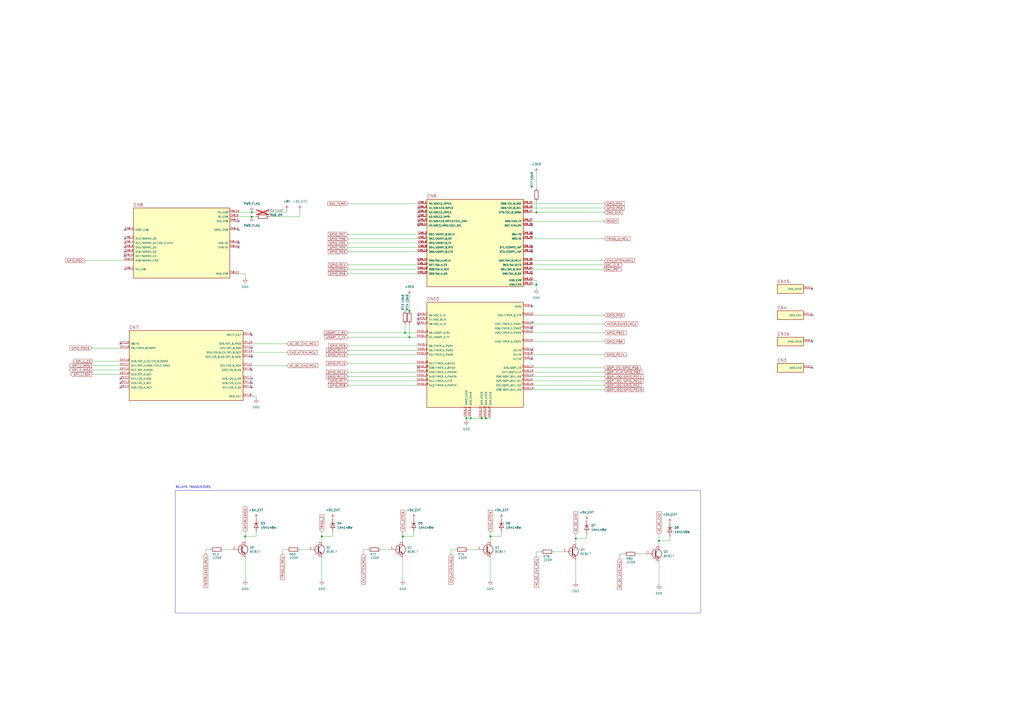
<source format=kicad_sch>
(kicad_sch (version 20250114) (generator "eeschema") (generator_version "9.0")
  (paper "A2")
  (lib_symbols
    (symbol "+2v5:+5V_EXT" (power) (pin_names (offset 0))
      (property "Value" "+5V_EXT" (at 0 3.556 0))
      (symbol "+5V_EXT_1_1"
        (pin power_in line (at 0 0 90) (length 0) (hide yes) (name "+5V_EXT") (number "1"))
      )
    )
    (symbol "Device:R" (pin_numbers (hide yes)) (pin_names (offset 0))
      (property "Reference" "R" (at 2.032 0 90))
      (property "Value" "R" (at 0 0 90))
      (symbol "R_1_1"
        (pin passive line (at 0 3.81 270) (length 1.27) (name "~") (number "1"))
        (pin passive line (at 0 -3.81 90) (length 1.27) (name "~") (number "2"))
      )
    )
    (symbol "Diode:1N4148W" (pin_numbers (hide yes)) (pin_names (hide yes))
      (property "Reference" "D" (at 0 2.54 0))
      (property "Value" "1N4148W" (at 0 -2.54 0))
      (symbol "1N4148W_1_1"
        (pin passive line (at -3.81 0 0) (length 2.54) (name "K") (number "1"))
        (pin passive line (at 3.81 0 180) (length 2.54) (name "A") (number "2"))
      )
    )
    (symbol "NUCLEO232ZG:NUCLEOH723ZG" (pin_names (offset 1.016))
      (symbol "NUCLEOH723ZG_3_0"
        (text "CN8" (at -27.94 21.082 0) (effects (font (size 1.778 1.778)) (justify left bottom)))
        (pin input line (at -33.02 7.62 0) (length 5.08) (name "NRST_CN8") (number "CN8_5"))
        (pin bidirectional line (at -33.02 2.54 0) (length 5.08) (name "D43/SDMMC_D0") (number "CN8_2"))
        (pin bidirectional line (at -33.02 0 0) (length 5.08) (name "D44/SDMMC_D1/I2S_A_CKIN") (number "CN8_4"))
        (pin bidirectional line (at -33.02 -2.54 0) (length 5.08) (name "D45/SDMMC_D2") (number "CN8_6"))
        (pin bidirectional line (at -33.02 -5.08 0) (length 5.08) (name "D46/SDMMC_D3") (number "CN8_8"))
        (pin bidirectional line (at -33.02 -7.62 0) (length 5.08) (name "D47/SDMMC_CK") (number "CN8_10"))
        (pin bidirectional line (at -33.02 -10.16 0) (length 5.08) (name "D48/SDMMC_CMD") (number "CN8_12"))
        (pin no_connect line (at -33.02 -15.24 0) (length 5.08) (name "NC_CN8") (number "CN8_1"))
        (pin power_in line (at 33.02 17.78 180) (length 5.08) (name "VIN_CN8") (number "CN8_15"))
        (pin power_in line (at 33.02 15.24 180) (length 5.08) (name "5V_CN8") (number "CN8_9"))
        (pin power_in line (at 33.02 12.7 180) (length 5.08) (name "3V3_CN8") (number "CN8_7"))
        (pin bidirectional line (at 33.02 7.62 180) (length 5.08) (name "IOREF_CN8") (number "CN8_3"))
        (pin bidirectional line (at 33.02 0 180) (length 5.08) (name "D50/IO") (number "CN8_16"))
        (pin bidirectional line (at 33.02 -2.54 180) (length 5.08) (name "D49/IO") (number "CN8_14"))
        (pin power_in line (at 33.02 -17.78 180) (length 5.08) (name "GND_CN8") (number "CN8_11"))
        (pin power_in line (at 33.02 -17.78 180) (length 5.08) (hide yes) (name "GND_CN8") (number "CN8_13"))
      )
      (symbol "NUCLEOH723ZG_4_0"
        (text "CN9" (at -27.94 26.162 0) (effects (font (size 1.778 1.778)) (justify left bottom)))
        (pin input line (at -33.02 22.86 0) (length 5.08) (name "A0/ADC12_INP15") (number "CN9_1"))
        (pin input line (at -33.02 20.32 0) (length 5.08) (name "A1/ADC123_INP10") (number "CN9_3"))
        (pin input line (at -33.02 17.78 0) (length 5.08) (name "A2/ADC12_INP13") (number "CN9_5"))
        (pin input line (at -33.02 15.24 0) (length 5.08) (name "A3/ADC12_INP5") (number "CN9_7"))
        (pin input line (at -33.02 12.7 0) (length 5.08) (name "A4/ADC123_INP12/I2C1_SDA") (number "CN9_9"))
        (pin input line (at -33.02 10.16 0) (length 5.08) (name "A5/ADC3_INP6/I2C1_SCL") (number "CN9_11"))
        (pin bidirectional line (at -33.02 5.08 0) (length 5.08) (name "D51/USART_B_SCLK") (number "CN9_2"))
        (pin bidirectional line (at -33.02 2.54 0) (length 5.08) (name "D52/USART_B_RX") (number "CN9_4"))
        (pin bidirectional line (at -33.02 0 0) (length 5.08) (name "D53/USART_B_TX") (number "CN9_6"))
        (pin bidirectional line (at -33.02 -2.54 0) (length 5.08) (name "D54/USART_B_RTS") (number "CN9_8"))
        (pin bidirectional line (at -33.02 -5.08 0) (length 5.08) (name "D55/USART_B_CTS") (number "CN9_10"))
        (pin bidirectional line (at -33.02 -10.16 0) (length 5.08) (name "D56/SAI_A_MCLK") (number "CN9_14"))
        (pin bidirectional line (at -33.02 -12.7 0) (length 5.08) (name "D57/SAI_A_FS") (number "CN9_16"))
        (pin bidirectional line (at -33.02 -15.24 0) (length 5.08) (name "D58/SAI_A_SCK") (number "CN9_18"))
        (pin bidirectional line (at -33.02 -17.78 0) (length 5.08) (name "D59/SAI_A_SD") (number "CN9_20"))
        (pin bidirectional line (at 33.02 22.86 180) (length 5.08) (name "D68/I2C_B_SDA") (number "CN9_21"))
        (pin bidirectional line (at 33.02 20.32 180) (length 5.08) (name "D69/I2C_B_SCL") (number "CN9_19"))
        (pin bidirectional line (at 33.02 17.78 180) (length 5.08) (name "D70/I2C_B_SMBA") (number "CN9_17"))
        (pin output line (at 33.02 12.7 180) (length 5.08) (name "D66/CAN_TX") (number "CN9_27"))
        (pin input line (at 33.02 10.16 180) (length 5.08) (name "D67/CAN_RX") (number "CN9_25"))
        (pin bidirectional line (at 33.02 5.08 180) (length 5.08) (name "D64/IO") (number "CN9_30"))
        (pin bidirectional line (at 33.02 2.54 180) (length 5.08) (name "D65/IO") (number "CN9_29"))
        (pin bidirectional line (at 33.02 -2.54 180) (length 5.08) (name "D71/COMP2_INP") (number "CN9_15"))
        (pin bidirectional line (at 33.02 -5.08 180) (length 5.08) (name "D72/COMP1_INP") (number "CN9_13"))
        (pin bidirectional line (at 33.02 -10.16 180) (length 5.08) (name "D62/SAI_B_MCLK") (number "CN9_26"))
        (pin bidirectional line (at 33.02 -12.7 180) (length 5.08) (name "D63/SAI_B_FS") (number "CN9_28"))
        (pin bidirectional line (at 33.02 -15.24 180) (length 5.08) (name "D61/SAI_B_SCK") (number "CN9_24"))
        (pin bidirectional line (at 33.02 -17.78 180) (length 5.08) (name "D60/SAI_B_SD") (number "CN9_22"))
        (pin power_in line (at 33.02 -21.59 180) (length 5.08) (name "GND_CN9") (number "CN9_23"))
        (pin power_in line (at 33.02 -24.13 180) (length 5.08) (name "GND_CN9") (number "CN9_12"))
      )
      (symbol "NUCLEOH723ZG_5_0"
        (text "CN7" (at -33.02 21.082 0) (effects (font (size 1.778 1.778)) (justify left bottom)))
        (pin bidirectional line (at -38.1 12.7 0) (length 5.08) (name "D8/IO") (number "CN7_20"))
        (pin bidirectional line (at -38.1 10.16 0) (length 5.08) (name "D9/TIMER_B_PWM2") (number "CN7_18"))
        (pin bidirectional line (at -38.1 2.54 0) (length 5.08) (name "D10/SPI_A_CS/TIM_B_PWM3") (number "CN7_16"))
        (pin bidirectional line (at -38.1 0 0) (length 5.08) (name "D11/SPI_A_MOSI/TIM_E_PWM1") (number "CN7_14"))
        (pin bidirectional line (at -38.1 -2.54 0) (length 5.08) (name "D12/SPI_A_MISO") (number "CN7_12"))
        (pin bidirectional line (at -38.1 -5.08 0) (length 5.08) (name "D13/SPI_A_SCK") (number "CN7_10"))
        (pin bidirectional line (at -38.1 -7.62 0) (length 5.08) (name "D14/I2C_A_SDA") (number "CN7_4"))
        (pin bidirectional line (at -38.1 -10.16 0) (length 5.08) (name "D15/I2C_A_SCL") (number "CN7_2"))
        (pin bidirectional line (at -38.1 -12.7 0) (length 5.08) (name "D16/I2S_A_MCK") (number "CN7_1"))
        (pin power_in line (at 38.1 17.78 180) (length 5.08) (name "VREFP_CN7") (number "CN7_6"))
        (pin bidirectional line (at 38.1 12.7 180) (length 5.08) (name "D25/SPI_B_MISO") (number "CN7_19"))
        (pin bidirectional line (at 38.1 10.16 180) (length 5.08) (name "D24/SPI_B_NSS") (number "CN7_17"))
        (pin bidirectional line (at 38.1 7.62 180) (length 5.08) (name "D23/I2S_B_CK/SPI_B_SCK") (number "CN7_15"))
        (pin bidirectional line (at 38.1 5.08 180) (length 5.08) (name "D22/I2S_B_SD/SPI_B_MOSI") (number "CN7_13"))
        (pin bidirectional line (at 38.1 0 180) (length 5.08) (name "D21/I2S_B_MCK") (number "CN7_11"))
        (pin bidirectional line (at 38.1 -2.54 180) (length 5.08) (name "D20/I2S_B_WS") (number "CN7_9"))
        (pin bidirectional line (at 38.1 -7.62 180) (length 5.08) (name "D19/I2S_A_WS") (number "CN7_7"))
        (pin bidirectional line (at 38.1 -10.16 180) (length 5.08) (name "D18/I2S_A_CK") (number "CN7_5"))
        (pin bidirectional line (at 38.1 -12.7 180) (length 5.08) (name "D17/I2S_A_SD") (number "CN7_3"))
        (pin power_in line (at 38.1 -17.78 180) (length 5.08) (name "GND_CN7") (number "CN7_8"))
      )
      (symbol "NUCLEOH723ZG_6_0"
        (text "CN10" (at -27.94 31.242 0) (effects (font (size 1.778 1.778)) (justify left bottom)))
        (pin input line (at -33.02 22.86 0) (length 5.08) (name "A6/ADC_A_IN") (number "CN10_7"))
        (pin input line (at -33.02 20.32 0) (length 5.08) (name "A7/ADC_B_IN") (number "CN10_9"))
        (pin input line (at -33.02 17.78 0) (length 5.08) (name "A8/ADC_C_IN") (number "CN10_11"))
        (pin input line (at -33.02 12.7 0) (length 5.08) (name "D0/USART_A_RX") (number "CN10_16"))
        (pin output line (at -33.02 10.16 0) (length 5.08) (name "D1/USART_A_TX") (number "CN10_14"))
        (pin bidirectional line (at -33.02 5.08 0) (length 5.08) (name "D6/TIMER_A_PWM1") (number "CN10_4"))
        (pin bidirectional line (at -33.02 2.54 0) (length 5.08) (name "D5/TIMER_A_PWM2") (number "CN10_6"))
        (pin bidirectional line (at -33.02 0 0) (length 5.08) (name "D3/TIMER_A_PWM3") (number "CN10_10"))
        (pin bidirectional line (at -33.02 -5.08 0) (length 5.08) (name "D37/TIMER_A_BKIN1") (number "CN10_30"))
        (pin bidirectional line (at -33.02 -7.62 0) (length 5.08) (name "D38/TIMER_A_BKIN2") (number "CN10_28"))
        (pin bidirectional line (at -33.02 -10.16 0) (length 5.08) (name "D39/TIMER_A_PWM3N") (number "CN10_26"))
        (pin bidirectional line (at -33.02 -12.7 0) (length 5.08) (name "D40/TIMER_A_PWM2N") (number "CN10_24"))
        (pin bidirectional line (at -33.02 -15.24 0) (length 5.08) (name "D41/TIMER_A_ETR") (number "CN10_20"))
        (pin bidirectional line (at -33.02 -17.78 0) (length 5.08) (name "D42/TIMER_A_PWM1N") (number "CN10_18"))
        (pin power_in line (at -5.08 -35.56 90) (length 5.08) (name "AGND_CN10") (number "CN10_3"))
        (pin power_in line (at -2.54 -35.56 90) (length 5.08) (name "GND_CN10") (number "CN10_5"))
        (pin power_in line (at 3.81 -35.56 90) (length 5.08) (name "GND_CN10") (number "CN10_17"))
        (pin power_in line (at 6.35 -35.56 90) (length 5.08) (name "GND_CN10") (number "CN10_22"))
        (pin power_in line (at 8.89 -35.56 90) (length 5.08) (name "GND_CN10") (number "CN10_27"))
        (pin power_in line (at 33.02 27.94 180) (length 5.08) (name "AVDD") (number "CN10_1"))
        (pin bidirectional line (at 33.02 22.86 180) (length 5.08) (name "D34/TIMER_B_ETR") (number "CN10_33"))
        (pin bidirectional line (at 33.02 17.78 180) (length 5.08) (name "D32/TIMER_C_PWM1") (number "CN10_29"))
        (pin bidirectional line (at 33.02 15.24 180) (length 5.08) (name "D36/TIMER_C_PWM2") (number "CN10_32"))
        (pin bidirectional line (at 33.02 12.7 180) (length 5.08) (name "D35/TIMER_C_PWM3") (number "CN10_34"))
        (pin bidirectional line (at 33.02 7.62 180) (length 5.08) (name "D33/TIMER_D_PWM1") (number "CN10_31"))
        (pin bidirectional line (at 33.02 2.54 180) (length 5.08) (name "D2/IO") (number "CN10_12"))
        (pin bidirectional line (at 33.02 0 180) (length 5.08) (name "D4/IO") (number "CN10_8"))
        (pin bidirectional line (at 33.02 -2.54 180) (length 5.08) (name "D7/IO") (number "CN10_2"))
        (pin bidirectional line (at 33.02 -7.62 180) (length 5.08) (name "D26/QSPI_CS") (number "CN10_13"))
        (pin bidirectional line (at 33.02 -10.16 180) (length 5.08) (name "D27/QSPI_CLK") (number "CN10_15"))
        (pin bidirectional line (at 33.02 -12.7 180) (length 5.08) (name "D30/QSPI_BK1_IO0") (number "CN10_23"))
        (pin bidirectional line (at 33.02 -15.24 180) (length 5.08) (name "D29/QSPI_BK1_IO1") (number "CN10_21"))
        (pin bidirectional line (at 33.02 -17.78 180) (length 5.08) (name "D31/QSPI_BK1_IO2") (number "CN10_25"))
        (pin bidirectional line (at 33.02 -20.32 180) (length 5.08) (name "D28/QSPI_BK1_IO3") (number "CN10_19"))
      )
      (symbol "NUCLEOH723ZG_7_0"
        (text "CN3" (at -7.62 3.302 0) (effects (font (size 1.778 1.778)) (justify left bottom)))
        (pin power_in line (at 12.7 0 180) (length 5.08) (name "GND_CN3") (number "CN3_1"))
        (pin power_in line (at 12.7 0 180) (length 5.08) (hide yes) (name "GND_CN3") (number "CN3_2"))
      )
      (symbol "NUCLEOH723ZG_8_0"
        (text "CN4" (at -7.62 3.302 0) (effects (font (size 1.778 1.778)) (justify left bottom)))
        (pin power_in line (at 12.7 0 180) (length 5.08) (name "GND_CN4") (number "CN4_1"))
        (pin power_in line (at 12.7 0 180) (length 5.08) (hide yes) (name "GND_CN4") (number "CN4_2"))
      )
      (symbol "NUCLEOH723ZG_9_0"
        (text "CN15" (at -7.62 3.302 0) (effects (font (size 1.778 1.778)) (justify left bottom)))
        (pin power_in line (at 12.7 0 180) (length 5.08) (name "GND_CN15") (number "CN15_1"))
        (pin power_in line (at 12.7 0 180) (length 5.08) (hide yes) (name "GND_CN15") (number "CN15_2"))
      )
      (symbol "NUCLEOH723ZG_10_0"
        (text "CN16" (at -7.62 3.302 0) (effects (font (size 1.778 1.778)) (justify left bottom)))
        (pin power_in line (at 12.7 0 180) (length 5.08) (name "GND_CN16") (number "CN16_1"))
        (pin power_in line (at 12.7 0 180) (length 5.08) (hide yes) (name "GND_CN16") (number "CN16_2"))
      )
    )
    (symbol "NUCLEOH723ZG_1" (pin_names (offset 1.016))
      (symbol "NUCLEOH723ZG_1_3_0"
        (text "CN8" (at -27.94 21.082 0) (effects (font (size 1.778 1.778)) (justify left bottom)))
        (pin input line (at -33.02 7.62 0) (length 5.08) (name "NRST_CN8") (number "CN8_5"))
        (pin bidirectional line (at -33.02 2.54 0) (length 5.08) (name "D43/SDMMC_D0") (number "CN8_2"))
        (pin bidirectional line (at -33.02 0 0) (length 5.08) (name "D44/SDMMC_D1/I2S_A_CKIN") (number "CN8_4"))
        (pin bidirectional line (at -33.02 -2.54 0) (length 5.08) (name "D45/SDMMC_D2") (number "CN8_6"))
        (pin bidirectional line (at -33.02 -5.08 0) (length 5.08) (name "D46/SDMMC_D3") (number "CN8_8"))
        (pin bidirectional line (at -33.02 -7.62 0) (length 5.08) (name "D47/SDMMC_CK") (number "CN8_10"))
        (pin bidirectional line (at -33.02 -10.16 0) (length 5.08) (name "D48/SDMMC_CMD") (number "CN8_12"))
        (pin no_connect line (at -33.02 -15.24 0) (length 5.08) (name "NC_CN8") (number "CN8_1"))
        (pin power_in line (at 33.02 17.78 180) (length 5.08) (name "VIN_CN8") (number "CN8_15"))
        (pin power_in line (at 33.02 15.24 180) (length 5.08) (name "5V_CN8") (number "CN8_9"))
        (pin power_in line (at 33.02 12.7 180) (length 5.08) (name "3V3_CN8") (number "CN8_7"))
        (pin bidirectional line (at 33.02 7.62 180) (length 5.08) (name "IOREF_CN8") (number "CN8_3"))
        (pin bidirectional line (at 33.02 0 180) (length 5.08) (name "D50/IO") (number "CN8_16"))
        (pin bidirectional line (at 33.02 -2.54 180) (length 5.08) (name "D49/IO") (number "CN8_14"))
        (pin power_in line (at 33.02 -17.78 180) (length 5.08) (name "GND_CN8") (number "CN8_11"))
        (pin power_in line (at 33.02 -17.78 180) (length 5.08) (hide yes) (name "GND_CN8") (number "CN8_13"))
      )
      (symbol "NUCLEOH723ZG_1_4_0"
        (text "CN9" (at -27.94 26.162 0) (effects (font (size 1.778 1.778)) (justify left bottom)))
        (pin input line (at -33.02 22.86 0) (length 5.08) (name "A0/ADC12_INP15") (number "CN9_1"))
        (pin input line (at -33.02 20.32 0) (length 5.08) (name "A1/ADC123_INP10") (number "CN9_3"))
        (pin input line (at -33.02 17.78 0) (length 5.08) (name "A2/ADC12_INP13") (number "CN9_5"))
        (pin input line (at -33.02 15.24 0) (length 5.08) (name "A3/ADC12_INP5") (number "CN9_7"))
        (pin input line (at -33.02 12.7 0) (length 5.08) (name "A4/ADC123_INP12/I2C1_SDA") (number "CN9_9"))
        (pin input line (at -33.02 10.16 0) (length 5.08) (name "A5/ADC3_INP6/I2C1_SCL") (number "CN9_11"))
        (pin bidirectional line (at -33.02 5.08 0) (length 5.08) (name "D51/USART_B_SCLK") (number "CN9_2"))
        (pin bidirectional line (at -33.02 2.54 0) (length 5.08) (name "D52/USART_B_RX") (number "CN9_4"))
        (pin bidirectional line (at -33.02 0 0) (length 5.08) (name "D53/USART_B_TX") (number "CN9_6"))
        (pin bidirectional line (at -33.02 -2.54 0) (length 5.08) (name "D54/USART_B_RTS") (number "CN9_8"))
        (pin bidirectional line (at -33.02 -5.08 0) (length 5.08) (name "D55/USART_B_CTS") (number "CN9_10"))
        (pin bidirectional line (at -33.02 -10.16 0) (length 5.08) (name "D56/SAI_A_MCLK") (number "CN9_14"))
        (pin bidirectional line (at -33.02 -12.7 0) (length 5.08) (name "D57/SAI_A_FS") (number "CN9_16"))
        (pin bidirectional line (at -33.02 -15.24 0) (length 5.08) (name "D58/SAI_A_SCK") (number "CN9_18"))
        (pin bidirectional line (at -33.02 -17.78 0) (length 5.08) (name "D59/SAI_A_SD") (number "CN9_20"))
        (pin bidirectional line (at 33.02 22.86 180) (length 5.08) (name "D68/I2C_B_SDA") (number "CN9_21"))
        (pin bidirectional line (at 33.02 20.32 180) (length 5.08) (name "D69/I2C_B_SCL") (number "CN9_19"))
        (pin bidirectional line (at 33.02 17.78 180) (length 5.08) (name "D70/I2C_B_SMBA") (number "CN9_17"))
        (pin output line (at 33.02 12.7 180) (length 5.08) (name "D66/CAN_TX") (number "CN9_27"))
        (pin input line (at 33.02 10.16 180) (length 5.08) (name "D67/CAN_RX") (number "CN9_25"))
        (pin bidirectional line (at 33.02 5.08 180) (length 5.08) (name "D64/IO") (number "CN9_30"))
        (pin bidirectional line (at 33.02 2.54 180) (length 5.08) (name "D65/IO") (number "CN9_29"))
        (pin bidirectional line (at 33.02 -2.54 180) (length 5.08) (name "D71/COMP2_INP") (number "CN9_15"))
        (pin bidirectional line (at 33.02 -5.08 180) (length 5.08) (name "D72/COMP1_INP") (number "CN9_13"))
        (pin bidirectional line (at 33.02 -10.16 180) (length 5.08) (name "D62/SAI_B_MCLK") (number "CN9_26"))
        (pin bidirectional line (at 33.02 -12.7 180) (length 5.08) (name "D63/SAI_B_FS") (number "CN9_28"))
        (pin bidirectional line (at 33.02 -15.24 180) (length 5.08) (name "D61/SAI_B_SCK") (number "CN9_24"))
        (pin bidirectional line (at 33.02 -17.78 180) (length 5.08) (name "D60/SAI_B_SD") (number "CN9_22"))
        (pin power_in line (at 33.02 -21.59 180) (length 5.08) (name "GND_CN9") (number "CN9_23"))
        (pin power_in line (at 33.02 -24.13 180) (length 5.08) (name "GND_CN9") (number "CN9_12"))
      )
      (symbol "NUCLEOH723ZG_1_5_0"
        (text "CN7" (at -33.02 21.082 0) (effects (font (size 1.778 1.778)) (justify left bottom)))
        (pin bidirectional line (at -38.1 12.7 0) (length 5.08) (name "D8/IO") (number "CN7_20"))
        (pin bidirectional line (at -38.1 10.16 0) (length 5.08) (name "D9/TIMER_B_PWM2") (number "CN7_18"))
        (pin bidirectional line (at -38.1 2.54 0) (length 5.08) (name "D10/SPI_A_CS/TIM_B_PWM3") (number "CN7_16"))
        (pin bidirectional line (at -38.1 0 0) (length 5.08) (name "D11/SPI_A_MOSI/TIM_E_PWM1") (number "CN7_14"))
        (pin bidirectional line (at -38.1 -2.54 0) (length 5.08) (name "D12/SPI_A_MISO") (number "CN7_12"))
        (pin bidirectional line (at -38.1 -5.08 0) (length 5.08) (name "D13/SPI_A_SCK") (number "CN7_10"))
        (pin bidirectional line (at -38.1 -7.62 0) (length 5.08) (name "D14/I2C_A_SDA") (number "CN7_4"))
        (pin bidirectional line (at -38.1 -10.16 0) (length 5.08) (name "D15/I2C_A_SCL") (number "CN7_2"))
        (pin bidirectional line (at -38.1 -12.7 0) (length 5.08) (name "D16/I2S_A_MCK") (number "CN7_1"))
        (pin power_in line (at 38.1 17.78 180) (length 5.08) (name "VREFP_CN7") (number "CN7_6"))
        (pin bidirectional line (at 38.1 12.7 180) (length 5.08) (name "D25/SPI_B_MISO") (number "CN7_19"))
        (pin bidirectional line (at 38.1 10.16 180) (length 5.08) (name "D24/SPI_B_NSS") (number "CN7_17"))
        (pin bidirectional line (at 38.1 7.62 180) (length 5.08) (name "D23/I2S_B_CK/SPI_B_SCK") (number "CN7_15"))
        (pin bidirectional line (at 38.1 5.08 180) (length 5.08) (name "D22/I2S_B_SD/SPI_B_MOSI") (number "CN7_13"))
        (pin bidirectional line (at 38.1 0 180) (length 5.08) (name "D21/I2S_B_MCK") (number "CN7_11"))
        (pin bidirectional line (at 38.1 -2.54 180) (length 5.08) (name "D20/I2S_B_WS") (number "CN7_9"))
        (pin bidirectional line (at 38.1 -7.62 180) (length 5.08) (name "D19/I2S_A_WS") (number "CN7_7"))
        (pin bidirectional line (at 38.1 -10.16 180) (length 5.08) (name "D18/I2S_A_CK") (number "CN7_5"))
        (pin bidirectional line (at 38.1 -12.7 180) (length 5.08) (name "D17/I2S_A_SD") (number "CN7_3"))
        (pin power_in line (at 38.1 -17.78 180) (length 5.08) (name "GND_CN7") (number "CN7_8"))
      )
      (symbol "NUCLEOH723ZG_1_6_0"
        (text "CN10" (at -27.94 31.242 0) (effects (font (size 1.778 1.778)) (justify left bottom)))
        (pin input line (at -33.02 22.86 0) (length 5.08) (name "A6/ADC_A_IN") (number "CN10_7"))
        (pin input line (at -33.02 20.32 0) (length 5.08) (name "A7/ADC_B_IN") (number "CN10_9"))
        (pin input line (at -33.02 17.78 0) (length 5.08) (name "A8/ADC_C_IN") (number "CN10_11"))
        (pin input line (at -33.02 12.7 0) (length 5.08) (name "D0/USART_A_RX") (number "CN10_16"))
        (pin output line (at -33.02 10.16 0) (length 5.08) (name "D1/USART_A_TX") (number "CN10_14"))
        (pin bidirectional line (at -33.02 5.08 0) (length 5.08) (name "D6/TIMER_A_PWM1") (number "CN10_4"))
        (pin bidirectional line (at -33.02 2.54 0) (length 5.08) (name "D5/TIMER_A_PWM2") (number "CN10_6"))
        (pin bidirectional line (at -33.02 0 0) (length 5.08) (name "D3/TIMER_A_PWM3") (number "CN10_10"))
        (pin bidirectional line (at -33.02 -5.08 0) (length 5.08) (name "D37/TIMER_A_BKIN1") (number "CN10_30"))
        (pin bidirectional line (at -33.02 -7.62 0) (length 5.08) (name "D38/TIMER_A_BKIN2") (number "CN10_28"))
        (pin bidirectional line (at -33.02 -10.16 0) (length 5.08) (name "D39/TIMER_A_PWM3N") (number "CN10_26"))
        (pin bidirectional line (at -33.02 -12.7 0) (length 5.08) (name "D40/TIMER_A_PWM2N") (number "CN10_24"))
        (pin bidirectional line (at -33.02 -15.24 0) (length 5.08) (name "D41/TIMER_A_ETR") (number "CN10_20"))
        (pin bidirectional line (at -33.02 -17.78 0) (length 5.08) (name "D42/TIMER_A_PWM1N") (number "CN10_18"))
        (pin power_in line (at -5.08 -35.56 90) (length 5.08) (name "AGND_CN10") (number "CN10_3"))
        (pin power_in line (at -2.54 -35.56 90) (length 5.08) (name "GND_CN10") (number "CN10_5"))
        (pin power_in line (at 3.81 -35.56 90) (length 5.08) (name "GND_CN10") (number "CN10_17"))
        (pin power_in line (at 6.35 -35.56 90) (length 5.08) (name "GND_CN10") (number "CN10_22"))
        (pin power_in line (at 8.89 -35.56 90) (length 5.08) (name "GND_CN10") (number "CN10_27"))
        (pin power_in line (at 33.02 27.94 180) (length 5.08) (name "AVDD") (number "CN10_1"))
        (pin bidirectional line (at 33.02 22.86 180) (length 5.08) (name "D34/TIMER_B_ETR") (number "CN10_33"))
        (pin bidirectional line (at 33.02 17.78 180) (length 5.08) (name "D32/TIMER_C_PWM1") (number "CN10_29"))
        (pin bidirectional line (at 33.02 15.24 180) (length 5.08) (name "D36/TIMER_C_PWM2") (number "CN10_32"))
        (pin bidirectional line (at 33.02 12.7 180) (length 5.08) (name "D35/TIMER_C_PWM3") (number "CN10_34"))
        (pin bidirectional line (at 33.02 7.62 180) (length 5.08) (name "D33/TIMER_D_PWM1") (number "CN10_31"))
        (pin bidirectional line (at 33.02 2.54 180) (length 5.08) (name "D2/IO") (number "CN10_12"))
        (pin bidirectional line (at 33.02 0 180) (length 5.08) (name "D4/IO") (number "CN10_8"))
        (pin bidirectional line (at 33.02 -2.54 180) (length 5.08) (name "D7/IO") (number "CN10_2"))
        (pin bidirectional line (at 33.02 -7.62 180) (length 5.08) (name "D26/QSPI_CS") (number "CN10_13"))
        (pin bidirectional line (at 33.02 -10.16 180) (length 5.08) (name "D27/QSPI_CLK") (number "CN10_15"))
        (pin bidirectional line (at 33.02 -12.7 180) (length 5.08) (name "D30/QSPI_BK1_IO0") (number "CN10_23"))
        (pin bidirectional line (at 33.02 -15.24 180) (length 5.08) (name "D29/QSPI_BK1_IO1") (number "CN10_21"))
        (pin bidirectional line (at 33.02 -17.78 180) (length 5.08) (name "D31/QSPI_BK1_IO2") (number "CN10_25"))
        (pin bidirectional line (at 33.02 -20.32 180) (length 5.08) (name "D28/QSPI_BK1_IO3") (number "CN10_19"))
      )
      (symbol "NUCLEOH723ZG_1_7_0"
        (text "CN3" (at -7.62 3.302 0) (effects (font (size 1.778 1.778)) (justify left bottom)))
        (pin power_in line (at 12.7 0 180) (length 5.08) (name "GND_CN3") (number "CN3_1"))
        (pin power_in line (at 12.7 0 180) (length 5.08) (hide yes) (name "GND_CN3") (number "CN3_2"))
      )
      (symbol "NUCLEOH723ZG_1_8_0"
        (text "CN4" (at -7.62 3.302 0) (effects (font (size 1.778 1.778)) (justify left bottom)))
        (pin power_in line (at 12.7 0 180) (length 5.08) (name "GND_CN4") (number "CN4_1"))
        (pin power_in line (at 12.7 0 180) (length 5.08) (hide yes) (name "GND_CN4") (number "CN4_2"))
      )
      (symbol "NUCLEOH723ZG_1_9_0"
        (text "CN15" (at -7.62 3.302 0) (effects (font (size 1.778 1.778)) (justify left bottom)))
        (pin power_in line (at 12.7 0 180) (length 5.08) (name "GND_CN15") (number "CN15_1"))
        (pin power_in line (at 12.7 0 180) (length 5.08) (hide yes) (name "GND_CN15") (number "CN15_2"))
      )
      (symbol "NUCLEOH723ZG_1_10_0"
        (text "CN16" (at -7.62 3.302 0) (effects (font (size 1.778 1.778)) (justify left bottom)))
        (pin power_in line (at 12.7 0 180) (length 5.08) (name "GND_CN16") (number "CN16_1"))
        (pin power_in line (at 12.7 0 180) (length 5.08) (hide yes) (name "GND_CN16") (number "CN16_2"))
      )
    )
    (symbol "NUCLEOH723ZG_2" (pin_names (offset 1.016))
      (symbol "NUCLEOH723ZG_2_3_0"
        (text "CN8" (at -27.94 21.082 0) (effects (font (size 1.778 1.778)) (justify left bottom)))
        (pin input line (at -33.02 7.62 0) (length 5.08) (name "NRST_CN8") (number "CN8_5"))
        (pin bidirectional line (at -33.02 2.54 0) (length 5.08) (name "D43/SDMMC_D0") (number "CN8_2"))
        (pin bidirectional line (at -33.02 0 0) (length 5.08) (name "D44/SDMMC_D1/I2S_A_CKIN") (number "CN8_4"))
        (pin bidirectional line (at -33.02 -2.54 0) (length 5.08) (name "D45/SDMMC_D2") (number "CN8_6"))
        (pin bidirectional line (at -33.02 -5.08 0) (length 5.08) (name "D46/SDMMC_D3") (number "CN8_8"))
        (pin bidirectional line (at -33.02 -7.62 0) (length 5.08) (name "D47/SDMMC_CK") (number "CN8_10"))
        (pin bidirectional line (at -33.02 -10.16 0) (length 5.08) (name "D48/SDMMC_CMD") (number "CN8_12"))
        (pin no_connect line (at -33.02 -15.24 0) (length 5.08) (name "NC_CN8") (number "CN8_1"))
        (pin power_in line (at 33.02 17.78 180) (length 5.08) (name "VIN_CN8") (number "CN8_15"))
        (pin power_in line (at 33.02 15.24 180) (length 5.08) (name "5V_CN8") (number "CN8_9"))
        (pin power_in line (at 33.02 12.7 180) (length 5.08) (name "3V3_CN8") (number "CN8_7"))
        (pin bidirectional line (at 33.02 7.62 180) (length 5.08) (name "IOREF_CN8") (number "CN8_3"))
        (pin bidirectional line (at 33.02 0 180) (length 5.08) (name "D50/IO") (number "CN8_16"))
        (pin bidirectional line (at 33.02 -2.54 180) (length 5.08) (name "D49/IO") (number "CN8_14"))
        (pin power_in line (at 33.02 -17.78 180) (length 5.08) (name "GND_CN8") (number "CN8_11"))
        (pin power_in line (at 33.02 -17.78 180) (length 5.08) (hide yes) (name "GND_CN8") (number "CN8_13"))
      )
      (symbol "NUCLEOH723ZG_2_4_0"
        (text "CN9" (at -27.94 26.162 0) (effects (font (size 1.778 1.778)) (justify left bottom)))
        (pin input line (at -33.02 22.86 0) (length 5.08) (name "A0/ADC12_INP15") (number "CN9_1"))
        (pin input line (at -33.02 20.32 0) (length 5.08) (name "A1/ADC123_INP10") (number "CN9_3"))
        (pin input line (at -33.02 17.78 0) (length 5.08) (name "A2/ADC12_INP13") (number "CN9_5"))
        (pin input line (at -33.02 15.24 0) (length 5.08) (name "A3/ADC12_INP5") (number "CN9_7"))
        (pin input line (at -33.02 12.7 0) (length 5.08) (name "A4/ADC123_INP12/I2C1_SDA") (number "CN9_9"))
        (pin input line (at -33.02 10.16 0) (length 5.08) (name "A5/ADC3_INP6/I2C1_SCL") (number "CN9_11"))
        (pin bidirectional line (at -33.02 5.08 0) (length 5.08) (name "D51/USART_B_SCLK") (number "CN9_2"))
        (pin bidirectional line (at -33.02 2.54 0) (length 5.08) (name "D52/USART_B_RX") (number "CN9_4"))
        (pin bidirectional line (at -33.02 0 0) (length 5.08) (name "D53/USART_B_TX") (number "CN9_6"))
        (pin bidirectional line (at -33.02 -2.54 0) (length 5.08) (name "D54/USART_B_RTS") (number "CN9_8"))
        (pin bidirectional line (at -33.02 -5.08 0) (length 5.08) (name "D55/USART_B_CTS") (number "CN9_10"))
        (pin bidirectional line (at -33.02 -10.16 0) (length 5.08) (name "D56/SAI_A_MCLK") (number "CN9_14"))
        (pin bidirectional line (at -33.02 -12.7 0) (length 5.08) (name "D57/SAI_A_FS") (number "CN9_16"))
        (pin bidirectional line (at -33.02 -15.24 0) (length 5.08) (name "D58/SAI_A_SCK") (number "CN9_18"))
        (pin bidirectional line (at -33.02 -17.78 0) (length 5.08) (name "D59/SAI_A_SD") (number "CN9_20"))
        (pin bidirectional line (at 33.02 22.86 180) (length 5.08) (name "D68/I2C_B_SDA") (number "CN9_21"))
        (pin bidirectional line (at 33.02 20.32 180) (length 5.08) (name "D69/I2C_B_SCL") (number "CN9_19"))
        (pin bidirectional line (at 33.02 17.78 180) (length 5.08) (name "D70/I2C_B_SMBA") (number "CN9_17"))
        (pin output line (at 33.02 12.7 180) (length 5.08) (name "D66/CAN_TX") (number "CN9_27"))
        (pin input line (at 33.02 10.16 180) (length 5.08) (name "D67/CAN_RX") (number "CN9_25"))
        (pin bidirectional line (at 33.02 5.08 180) (length 5.08) (name "D64/IO") (number "CN9_30"))
        (pin bidirectional line (at 33.02 2.54 180) (length 5.08) (name "D65/IO") (number "CN9_29"))
        (pin bidirectional line (at 33.02 -2.54 180) (length 5.08) (name "D71/COMP2_INP") (number "CN9_15"))
        (pin bidirectional line (at 33.02 -5.08 180) (length 5.08) (name "D72/COMP1_INP") (number "CN9_13"))
        (pin bidirectional line (at 33.02 -10.16 180) (length 5.08) (name "D62/SAI_B_MCLK") (number "CN9_26"))
        (pin bidirectional line (at 33.02 -12.7 180) (length 5.08) (name "D63/SAI_B_FS") (number "CN9_28"))
        (pin bidirectional line (at 33.02 -15.24 180) (length 5.08) (name "D61/SAI_B_SCK") (number "CN9_24"))
        (pin bidirectional line (at 33.02 -17.78 180) (length 5.08) (name "D60/SAI_B_SD") (number "CN9_22"))
        (pin power_in line (at 33.02 -21.59 180) (length 5.08) (name "GND_CN9") (number "CN9_23"))
        (pin power_in line (at 33.02 -24.13 180) (length 5.08) (name "GND_CN9") (number "CN9_12"))
      )
      (symbol "NUCLEOH723ZG_2_5_0"
        (text "CN7" (at -33.02 21.082 0) (effects (font (size 1.778 1.778)) (justify left bottom)))
        (pin bidirectional line (at -38.1 12.7 0) (length 5.08) (name "D8/IO") (number "CN7_20"))
        (pin bidirectional line (at -38.1 10.16 0) (length 5.08) (name "D9/TIMER_B_PWM2") (number "CN7_18"))
        (pin bidirectional line (at -38.1 2.54 0) (length 5.08) (name "D10/SPI_A_CS/TIM_B_PWM3") (number "CN7_16"))
        (pin bidirectional line (at -38.1 0 0) (length 5.08) (name "D11/SPI_A_MOSI/TIM_E_PWM1") (number "CN7_14"))
        (pin bidirectional line (at -38.1 -2.54 0) (length 5.08) (name "D12/SPI_A_MISO") (number "CN7_12"))
        (pin bidirectional line (at -38.1 -5.08 0) (length 5.08) (name "D13/SPI_A_SCK") (number "CN7_10"))
        (pin bidirectional line (at -38.1 -7.62 0) (length 5.08) (name "D14/I2C_A_SDA") (number "CN7_4"))
        (pin bidirectional line (at -38.1 -10.16 0) (length 5.08) (name "D15/I2C_A_SCL") (number "CN7_2"))
        (pin bidirectional line (at -38.1 -12.7 0) (length 5.08) (name "D16/I2S_A_MCK") (number "CN7_1"))
        (pin power_in line (at 38.1 17.78 180) (length 5.08) (name "VREFP_CN7") (number "CN7_6"))
        (pin bidirectional line (at 38.1 12.7 180) (length 5.08) (name "D25/SPI_B_MISO") (number "CN7_19"))
        (pin bidirectional line (at 38.1 10.16 180) (length 5.08) (name "D24/SPI_B_NSS") (number "CN7_17"))
        (pin bidirectional line (at 38.1 7.62 180) (length 5.08) (name "D23/I2S_B_CK/SPI_B_SCK") (number "CN7_15"))
        (pin bidirectional line (at 38.1 5.08 180) (length 5.08) (name "D22/I2S_B_SD/SPI_B_MOSI") (number "CN7_13"))
        (pin bidirectional line (at 38.1 0 180) (length 5.08) (name "D21/I2S_B_MCK") (number "CN7_11"))
        (pin bidirectional line (at 38.1 -2.54 180) (length 5.08) (name "D20/I2S_B_WS") (number "CN7_9"))
        (pin bidirectional line (at 38.1 -7.62 180) (length 5.08) (name "D19/I2S_A_WS") (number "CN7_7"))
        (pin bidirectional line (at 38.1 -10.16 180) (length 5.08) (name "D18/I2S_A_CK") (number "CN7_5"))
        (pin bidirectional line (at 38.1 -12.7 180) (length 5.08) (name "D17/I2S_A_SD") (number "CN7_3"))
        (pin power_in line (at 38.1 -17.78 180) (length 5.08) (name "GND_CN7") (number "CN7_8"))
      )
      (symbol "NUCLEOH723ZG_2_6_0"
        (text "CN10" (at -27.94 31.242 0) (effects (font (size 1.778 1.778)) (justify left bottom)))
        (pin input line (at -33.02 22.86 0) (length 5.08) (name "A6/ADC_A_IN") (number "CN10_7"))
        (pin input line (at -33.02 20.32 0) (length 5.08) (name "A7/ADC_B_IN") (number "CN10_9"))
        (pin input line (at -33.02 17.78 0) (length 5.08) (name "A8/ADC_C_IN") (number "CN10_11"))
        (pin input line (at -33.02 12.7 0) (length 5.08) (name "D0/USART_A_RX") (number "CN10_16"))
        (pin output line (at -33.02 10.16 0) (length 5.08) (name "D1/USART_A_TX") (number "CN10_14"))
        (pin bidirectional line (at -33.02 5.08 0) (length 5.08) (name "D6/TIMER_A_PWM1") (number "CN10_4"))
        (pin bidirectional line (at -33.02 2.54 0) (length 5.08) (name "D5/TIMER_A_PWM2") (number "CN10_6"))
        (pin bidirectional line (at -33.02 0 0) (length 5.08) (name "D3/TIMER_A_PWM3") (number "CN10_10"))
        (pin bidirectional line (at -33.02 -5.08 0) (length 5.08) (name "D37/TIMER_A_BKIN1") (number "CN10_30"))
        (pin bidirectional line (at -33.02 -7.62 0) (length 5.08) (name "D38/TIMER_A_BKIN2") (number "CN10_28"))
        (pin bidirectional line (at -33.02 -10.16 0) (length 5.08) (name "D39/TIMER_A_PWM3N") (number "CN10_26"))
        (pin bidirectional line (at -33.02 -12.7 0) (length 5.08) (name "D40/TIMER_A_PWM2N") (number "CN10_24"))
        (pin bidirectional line (at -33.02 -15.24 0) (length 5.08) (name "D41/TIMER_A_ETR") (number "CN10_20"))
        (pin bidirectional line (at -33.02 -17.78 0) (length 5.08) (name "D42/TIMER_A_PWM1N") (number "CN10_18"))
        (pin power_in line (at -5.08 -35.56 90) (length 5.08) (name "AGND_CN10") (number "CN10_3"))
        (pin power_in line (at -2.54 -35.56 90) (length 5.08) (name "GND_CN10") (number "CN10_5"))
        (pin power_in line (at 3.81 -35.56 90) (length 5.08) (name "GND_CN10") (number "CN10_17"))
        (pin power_in line (at 6.35 -35.56 90) (length 5.08) (name "GND_CN10") (number "CN10_22"))
        (pin power_in line (at 8.89 -35.56 90) (length 5.08) (name "GND_CN10") (number "CN10_27"))
        (pin power_in line (at 33.02 27.94 180) (length 5.08) (name "AVDD") (number "CN10_1"))
        (pin bidirectional line (at 33.02 22.86 180) (length 5.08) (name "D34/TIMER_B_ETR") (number "CN10_33"))
        (pin bidirectional line (at 33.02 17.78 180) (length 5.08) (name "D32/TIMER_C_PWM1") (number "CN10_29"))
        (pin bidirectional line (at 33.02 15.24 180) (length 5.08) (name "D36/TIMER_C_PWM2") (number "CN10_32"))
        (pin bidirectional line (at 33.02 12.7 180) (length 5.08) (name "D35/TIMER_C_PWM3") (number "CN10_34"))
        (pin bidirectional line (at 33.02 7.62 180) (length 5.08) (name "D33/TIMER_D_PWM1") (number "CN10_31"))
        (pin bidirectional line (at 33.02 2.54 180) (length 5.08) (name "D2/IO") (number "CN10_12"))
        (pin bidirectional line (at 33.02 0 180) (length 5.08) (name "D4/IO") (number "CN10_8"))
        (pin bidirectional line (at 33.02 -2.54 180) (length 5.08) (name "D7/IO") (number "CN10_2"))
        (pin bidirectional line (at 33.02 -7.62 180) (length 5.08) (name "D26/QSPI_CS") (number "CN10_13"))
        (pin bidirectional line (at 33.02 -10.16 180) (length 5.08) (name "D27/QSPI_CLK") (number "CN10_15"))
        (pin bidirectional line (at 33.02 -12.7 180) (length 5.08) (name "D30/QSPI_BK1_IO0") (number "CN10_23"))
        (pin bidirectional line (at 33.02 -15.24 180) (length 5.08) (name "D29/QSPI_BK1_IO1") (number "CN10_21"))
        (pin bidirectional line (at 33.02 -17.78 180) (length 5.08) (name "D31/QSPI_BK1_IO2") (number "CN10_25"))
        (pin bidirectional line (at 33.02 -20.32 180) (length 5.08) (name "D28/QSPI_BK1_IO3") (number "CN10_19"))
      )
      (symbol "NUCLEOH723ZG_2_7_0"
        (text "CN3" (at -7.62 3.302 0) (effects (font (size 1.778 1.778)) (justify left bottom)))
        (pin power_in line (at 12.7 0 180) (length 5.08) (name "GND_CN3") (number "CN3_1"))
        (pin power_in line (at 12.7 0 180) (length 5.08) (hide yes) (name "GND_CN3") (number "CN3_2"))
      )
      (symbol "NUCLEOH723ZG_2_8_0"
        (text "CN4" (at -7.62 3.302 0) (effects (font (size 1.778 1.778)) (justify left bottom)))
        (pin power_in line (at 12.7 0 180) (length 5.08) (name "GND_CN4") (number "CN4_1"))
        (pin power_in line (at 12.7 0 180) (length 5.08) (hide yes) (name "GND_CN4") (number "CN4_2"))
      )
      (symbol "NUCLEOH723ZG_2_9_0"
        (text "CN15" (at -7.62 3.302 0) (effects (font (size 1.778 1.778)) (justify left bottom)))
        (pin power_in line (at 12.7 0 180) (length 5.08) (name "GND_CN15") (number "CN15_1"))
        (pin power_in line (at 12.7 0 180) (length 5.08) (hide yes) (name "GND_CN15") (number "CN15_2"))
      )
      (symbol "NUCLEOH723ZG_2_10_0"
        (text "CN16" (at -7.62 3.302 0) (effects (font (size 1.778 1.778)) (justify left bottom)))
        (pin power_in line (at 12.7 0 180) (length 5.08) (name "GND_CN16") (number "CN16_1"))
        (pin power_in line (at 12.7 0 180) (length 5.08) (hide yes) (name "GND_CN16") (number "CN16_2"))
      )
    )
    (symbol "NUCLEOH723ZG_3" (pin_names (offset 1.016))
      (symbol "NUCLEOH723ZG_3_3_0"
        (text "CN8" (at -27.94 21.082 0) (effects (font (size 1.778 1.778)) (justify left bottom)))
        (pin input line (at -33.02 7.62 0) (length 5.08) (name "NRST_CN8") (number "CN8_5"))
        (pin bidirectional line (at -33.02 2.54 0) (length 5.08) (name "D43/SDMMC_D0") (number "CN8_2"))
        (pin bidirectional line (at -33.02 0 0) (length 5.08) (name "D44/SDMMC_D1/I2S_A_CKIN") (number "CN8_4"))
        (pin bidirectional line (at -33.02 -2.54 0) (length 5.08) (name "D45/SDMMC_D2") (number "CN8_6"))
        (pin bidirectional line (at -33.02 -5.08 0) (length 5.08) (name "D46/SDMMC_D3") (number "CN8_8"))
        (pin bidirectional line (at -33.02 -7.62 0) (length 5.08) (name "D47/SDMMC_CK") (number "CN8_10"))
        (pin bidirectional line (at -33.02 -10.16 0) (length 5.08) (name "D48/SDMMC_CMD") (number "CN8_12"))
        (pin no_connect line (at -33.02 -15.24 0) (length 5.08) (name "NC_CN8") (number "CN8_1"))
        (pin power_in line (at 33.02 17.78 180) (length 5.08) (name "VIN_CN8") (number "CN8_15"))
        (pin power_in line (at 33.02 15.24 180) (length 5.08) (name "5V_CN8") (number "CN8_9"))
        (pin power_in line (at 33.02 12.7 180) (length 5.08) (name "3V3_CN8") (number "CN8_7"))
        (pin bidirectional line (at 33.02 7.62 180) (length 5.08) (name "IOREF_CN8") (number "CN8_3"))
        (pin bidirectional line (at 33.02 0 180) (length 5.08) (name "D50/IO") (number "CN8_16"))
        (pin bidirectional line (at 33.02 -2.54 180) (length 5.08) (name "D49/IO") (number "CN8_14"))
        (pin power_in line (at 33.02 -17.78 180) (length 5.08) (name "GND_CN8") (number "CN8_11"))
        (pin power_in line (at 33.02 -17.78 180) (length 5.08) (hide yes) (name "GND_CN8") (number "CN8_13"))
      )
      (symbol "NUCLEOH723ZG_3_4_0"
        (text "CN9" (at -27.94 26.162 0) (effects (font (size 1.778 1.778)) (justify left bottom)))
        (pin input line (at -33.02 22.86 0) (length 5.08) (name "A0/ADC12_INP15") (number "CN9_1"))
        (pin input line (at -33.02 20.32 0) (length 5.08) (name "A1/ADC123_INP10") (number "CN9_3"))
        (pin input line (at -33.02 17.78 0) (length 5.08) (name "A2/ADC12_INP13") (number "CN9_5"))
        (pin input line (at -33.02 15.24 0) (length 5.08) (name "A3/ADC12_INP5") (number "CN9_7"))
        (pin input line (at -33.02 12.7 0) (length 5.08) (name "A4/ADC123_INP12/I2C1_SDA") (number "CN9_9"))
        (pin input line (at -33.02 10.16 0) (length 5.08) (name "A5/ADC3_INP6/I2C1_SCL") (number "CN9_11"))
        (pin bidirectional line (at -33.02 5.08 0) (length 5.08) (name "D51/USART_B_SCLK") (number "CN9_2"))
        (pin bidirectional line (at -33.02 2.54 0) (length 5.08) (name "D52/USART_B_RX") (number "CN9_4"))
        (pin bidirectional line (at -33.02 0 0) (length 5.08) (name "D53/USART_B_TX") (number "CN9_6"))
        (pin bidirectional line (at -33.02 -2.54 0) (length 5.08) (name "D54/USART_B_RTS") (number "CN9_8"))
        (pin bidirectional line (at -33.02 -5.08 0) (length 5.08) (name "D55/USART_B_CTS") (number "CN9_10"))
        (pin bidirectional line (at -33.02 -10.16 0) (length 5.08) (name "D56/SAI_A_MCLK") (number "CN9_14"))
        (pin bidirectional line (at -33.02 -12.7 0) (length 5.08) (name "D57/SAI_A_FS") (number "CN9_16"))
        (pin bidirectional line (at -33.02 -15.24 0) (length 5.08) (name "D58/SAI_A_SCK") (number "CN9_18"))
        (pin bidirectional line (at -33.02 -17.78 0) (length 5.08) (name "D59/SAI_A_SD") (number "CN9_20"))
        (pin bidirectional line (at 33.02 22.86 180) (length 5.08) (name "D68/I2C_B_SDA") (number "CN9_21"))
        (pin bidirectional line (at 33.02 20.32 180) (length 5.08) (name "D69/I2C_B_SCL") (number "CN9_19"))
        (pin bidirectional line (at 33.02 17.78 180) (length 5.08) (name "D70/I2C_B_SMBA") (number "CN9_17"))
        (pin output line (at 33.02 12.7 180) (length 5.08) (name "D66/CAN_TX") (number "CN9_27"))
        (pin input line (at 33.02 10.16 180) (length 5.08) (name "D67/CAN_RX") (number "CN9_25"))
        (pin bidirectional line (at 33.02 5.08 180) (length 5.08) (name "D64/IO") (number "CN9_30"))
        (pin bidirectional line (at 33.02 2.54 180) (length 5.08) (name "D65/IO") (number "CN9_29"))
        (pin bidirectional line (at 33.02 -2.54 180) (length 5.08) (name "D71/COMP2_INP") (number "CN9_15"))
        (pin bidirectional line (at 33.02 -5.08 180) (length 5.08) (name "D72/COMP1_INP") (number "CN9_13"))
        (pin bidirectional line (at 33.02 -10.16 180) (length 5.08) (name "D62/SAI_B_MCLK") (number "CN9_26"))
        (pin bidirectional line (at 33.02 -12.7 180) (length 5.08) (name "D63/SAI_B_FS") (number "CN9_28"))
        (pin bidirectional line (at 33.02 -15.24 180) (length 5.08) (name "D61/SAI_B_SCK") (number "CN9_24"))
        (pin bidirectional line (at 33.02 -17.78 180) (length 5.08) (name "D60/SAI_B_SD") (number "CN9_22"))
        (pin power_in line (at 33.02 -21.59 180) (length 5.08) (name "GND_CN9") (number "CN9_23"))
        (pin power_in line (at 33.02 -24.13 180) (length 5.08) (name "GND_CN9") (number "CN9_12"))
      )
      (symbol "NUCLEOH723ZG_3_5_0"
        (text "CN7" (at -33.02 21.082 0) (effects (font (size 1.778 1.778)) (justify left bottom)))
        (pin bidirectional line (at -38.1 12.7 0) (length 5.08) (name "D8/IO") (number "CN7_20"))
        (pin bidirectional line (at -38.1 10.16 0) (length 5.08) (name "D9/TIMER_B_PWM2") (number "CN7_18"))
        (pin bidirectional line (at -38.1 2.54 0) (length 5.08) (name "D10/SPI_A_CS/TIM_B_PWM3") (number "CN7_16"))
        (pin bidirectional line (at -38.1 0 0) (length 5.08) (name "D11/SPI_A_MOSI/TIM_E_PWM1") (number "CN7_14"))
        (pin bidirectional line (at -38.1 -2.54 0) (length 5.08) (name "D12/SPI_A_MISO") (number "CN7_12"))
        (pin bidirectional line (at -38.1 -5.08 0) (length 5.08) (name "D13/SPI_A_SCK") (number "CN7_10"))
        (pin bidirectional line (at -38.1 -7.62 0) (length 5.08) (name "D14/I2C_A_SDA") (number "CN7_4"))
        (pin bidirectional line (at -38.1 -10.16 0) (length 5.08) (name "D15/I2C_A_SCL") (number "CN7_2"))
        (pin bidirectional line (at -38.1 -12.7 0) (length 5.08) (name "D16/I2S_A_MCK") (number "CN7_1"))
        (pin power_in line (at 38.1 17.78 180) (length 5.08) (name "VREFP_CN7") (number "CN7_6"))
        (pin bidirectional line (at 38.1 12.7 180) (length 5.08) (name "D25/SPI_B_MISO") (number "CN7_19"))
        (pin bidirectional line (at 38.1 10.16 180) (length 5.08) (name "D24/SPI_B_NSS") (number "CN7_17"))
        (pin bidirectional line (at 38.1 7.62 180) (length 5.08) (name "D23/I2S_B_CK/SPI_B_SCK") (number "CN7_15"))
        (pin bidirectional line (at 38.1 5.08 180) (length 5.08) (name "D22/I2S_B_SD/SPI_B_MOSI") (number "CN7_13"))
        (pin bidirectional line (at 38.1 0 180) (length 5.08) (name "D21/I2S_B_MCK") (number "CN7_11"))
        (pin bidirectional line (at 38.1 -2.54 180) (length 5.08) (name "D20/I2S_B_WS") (number "CN7_9"))
        (pin bidirectional line (at 38.1 -7.62 180) (length 5.08) (name "D19/I2S_A_WS") (number "CN7_7"))
        (pin bidirectional line (at 38.1 -10.16 180) (length 5.08) (name "D18/I2S_A_CK") (number "CN7_5"))
        (pin bidirectional line (at 38.1 -12.7 180) (length 5.08) (name "D17/I2S_A_SD") (number "CN7_3"))
        (pin power_in line (at 38.1 -17.78 180) (length 5.08) (name "GND_CN7") (number "CN7_8"))
      )
      (symbol "NUCLEOH723ZG_3_6_0"
        (text "CN10" (at -27.94 31.242 0) (effects (font (size 1.778 1.778)) (justify left bottom)))
        (pin input line (at -33.02 22.86 0) (length 5.08) (name "A6/ADC_A_IN") (number "CN10_7"))
        (pin input line (at -33.02 20.32 0) (length 5.08) (name "A7/ADC_B_IN") (number "CN10_9"))
        (pin input line (at -33.02 17.78 0) (length 5.08) (name "A8/ADC_C_IN") (number "CN10_11"))
        (pin input line (at -33.02 12.7 0) (length 5.08) (name "D0/USART_A_RX") (number "CN10_16"))
        (pin output line (at -33.02 10.16 0) (length 5.08) (name "D1/USART_A_TX") (number "CN10_14"))
        (pin bidirectional line (at -33.02 5.08 0) (length 5.08) (name "D6/TIMER_A_PWM1") (number "CN10_4"))
        (pin bidirectional line (at -33.02 2.54 0) (length 5.08) (name "D5/TIMER_A_PWM2") (number "CN10_6"))
        (pin bidirectional line (at -33.02 0 0) (length 5.08) (name "D3/TIMER_A_PWM3") (number "CN10_10"))
        (pin bidirectional line (at -33.02 -5.08 0) (length 5.08) (name "D37/TIMER_A_BKIN1") (number "CN10_30"))
        (pin bidirectional line (at -33.02 -7.62 0) (length 5.08) (name "D38/TIMER_A_BKIN2") (number "CN10_28"))
        (pin bidirectional line (at -33.02 -10.16 0) (length 5.08) (name "D39/TIMER_A_PWM3N") (number "CN10_26"))
        (pin bidirectional line (at -33.02 -12.7 0) (length 5.08) (name "D40/TIMER_A_PWM2N") (number "CN10_24"))
        (pin bidirectional line (at -33.02 -15.24 0) (length 5.08) (name "D41/TIMER_A_ETR") (number "CN10_20"))
        (pin bidirectional line (at -33.02 -17.78 0) (length 5.08) (name "D42/TIMER_A_PWM1N") (number "CN10_18"))
        (pin power_in line (at -5.08 -35.56 90) (length 5.08) (name "AGND_CN10") (number "CN10_3"))
        (pin power_in line (at -2.54 -35.56 90) (length 5.08) (name "GND_CN10") (number "CN10_5"))
        (pin power_in line (at 3.81 -35.56 90) (length 5.08) (name "GND_CN10") (number "CN10_17"))
        (pin power_in line (at 6.35 -35.56 90) (length 5.08) (name "GND_CN10") (number "CN10_22"))
        (pin power_in line (at 8.89 -35.56 90) (length 5.08) (name "GND_CN10") (number "CN10_27"))
        (pin power_in line (at 33.02 27.94 180) (length 5.08) (name "AVDD") (number "CN10_1"))
        (pin bidirectional line (at 33.02 22.86 180) (length 5.08) (name "D34/TIMER_B_ETR") (number "CN10_33"))
        (pin bidirectional line (at 33.02 17.78 180) (length 5.08) (name "D32/TIMER_C_PWM1") (number "CN10_29"))
        (pin bidirectional line (at 33.02 15.24 180) (length 5.08) (name "D36/TIMER_C_PWM2") (number "CN10_32"))
        (pin bidirectional line (at 33.02 12.7 180) (length 5.08) (name "D35/TIMER_C_PWM3") (number "CN10_34"))
        (pin bidirectional line (at 33.02 7.62 180) (length 5.08) (name "D33/TIMER_D_PWM1") (number "CN10_31"))
        (pin bidirectional line (at 33.02 2.54 180) (length 5.08) (name "D2/IO") (number "CN10_12"))
        (pin bidirectional line (at 33.02 0 180) (length 5.08) (name "D4/IO") (number "CN10_8"))
        (pin bidirectional line (at 33.02 -2.54 180) (length 5.08) (name "D7/IO") (number "CN10_2"))
        (pin bidirectional line (at 33.02 -7.62 180) (length 5.08) (name "D26/QSPI_CS") (number "CN10_13"))
        (pin bidirectional line (at 33.02 -10.16 180) (length 5.08) (name "D27/QSPI_CLK") (number "CN10_15"))
        (pin bidirectional line (at 33.02 -12.7 180) (length 5.08) (name "D30/QSPI_BK1_IO0") (number "CN10_23"))
        (pin bidirectional line (at 33.02 -15.24 180) (length 5.08) (name "D29/QSPI_BK1_IO1") (number "CN10_21"))
        (pin bidirectional line (at 33.02 -17.78 180) (length 5.08) (name "D31/QSPI_BK1_IO2") (number "CN10_25"))
        (pin bidirectional line (at 33.02 -20.32 180) (length 5.08) (name "D28/QSPI_BK1_IO3") (number "CN10_19"))
      )
      (symbol "NUCLEOH723ZG_3_7_0"
        (text "CN3" (at -7.62 3.302 0) (effects (font (size 1.778 1.778)) (justify left bottom)))
        (pin power_in line (at 12.7 0 180) (length 5.08) (name "GND_CN3") (number "CN3_1"))
        (pin power_in line (at 12.7 0 180) (length 5.08) (hide yes) (name "GND_CN3") (number "CN3_2"))
      )
      (symbol "NUCLEOH723ZG_3_8_0"
        (text "CN4" (at -7.62 3.302 0) (effects (font (size 1.778 1.778)) (justify left bottom)))
        (pin power_in line (at 12.7 0 180) (length 5.08) (name "GND_CN4") (number "CN4_1"))
        (pin power_in line (at 12.7 0 180) (length 5.08) (hide yes) (name "GND_CN4") (number "CN4_2"))
      )
      (symbol "NUCLEOH723ZG_3_9_0"
        (text "CN15" (at -7.62 3.302 0) (effects (font (size 1.778 1.778)) (justify left bottom)))
        (pin power_in line (at 12.7 0 180) (length 5.08) (name "GND_CN15") (number "CN15_1"))
        (pin power_in line (at 12.7 0 180) (length 5.08) (hide yes) (name "GND_CN15") (number "CN15_2"))
      )
      (symbol "NUCLEOH723ZG_3_10_0"
        (text "CN16" (at -7.62 3.302 0) (effects (font (size 1.778 1.778)) (justify left bottom)))
        (pin power_in line (at 12.7 0 180) (length 5.08) (name "GND_CN16") (number "CN16_1"))
        (pin power_in line (at 12.7 0 180) (length 5.08) (hide yes) (name "GND_CN16") (number "CN16_2"))
      )
    )
    (symbol "NUCLEOH723ZG_4" (pin_names (offset 1.016))
      (symbol "NUCLEOH723ZG_4_3_0"
        (text "CN8" (at -27.94 21.082 0) (effects (font (size 1.778 1.778)) (justify left bottom)))
        (pin input line (at -33.02 7.62 0) (length 5.08) (name "NRST_CN8") (number "CN8_5"))
        (pin bidirectional line (at -33.02 2.54 0) (length 5.08) (name "D43/SDMMC_D0") (number "CN8_2"))
        (pin bidirectional line (at -33.02 0 0) (length 5.08) (name "D44/SDMMC_D1/I2S_A_CKIN") (number "CN8_4"))
        (pin bidirectional line (at -33.02 -2.54 0) (length 5.08) (name "D45/SDMMC_D2") (number "CN8_6"))
        (pin bidirectional line (at -33.02 -5.08 0) (length 5.08) (name "D46/SDMMC_D3") (number "CN8_8"))
        (pin bidirectional line (at -33.02 -7.62 0) (length 5.08) (name "D47/SDMMC_CK") (number "CN8_10"))
        (pin bidirectional line (at -33.02 -10.16 0) (length 5.08) (name "D48/SDMMC_CMD") (number "CN8_12"))
        (pin no_connect line (at -33.02 -15.24 0) (length 5.08) (name "NC_CN8") (number "CN8_1"))
        (pin power_in line (at 33.02 17.78 180) (length 5.08) (name "VIN_CN8") (number "CN8_15"))
        (pin power_in line (at 33.02 15.24 180) (length 5.08) (name "5V_CN8") (number "CN8_9"))
        (pin power_in line (at 33.02 12.7 180) (length 5.08) (name "3V3_CN8") (number "CN8_7"))
        (pin bidirectional line (at 33.02 7.62 180) (length 5.08) (name "IOREF_CN8") (number "CN8_3"))
        (pin bidirectional line (at 33.02 0 180) (length 5.08) (name "D50/IO") (number "CN8_16"))
        (pin bidirectional line (at 33.02 -2.54 180) (length 5.08) (name "D49/IO") (number "CN8_14"))
        (pin power_in line (at 33.02 -17.78 180) (length 5.08) (name "GND_CN8") (number "CN8_11"))
        (pin power_in line (at 33.02 -17.78 180) (length 5.08) (hide yes) (name "GND_CN8") (number "CN8_13"))
      )
      (symbol "NUCLEOH723ZG_4_4_0"
        (text "CN9" (at -27.94 26.162 0) (effects (font (size 1.778 1.778)) (justify left bottom)))
        (pin input line (at -33.02 22.86 0) (length 5.08) (name "A0/ADC12_INP15") (number "CN9_1"))
        (pin input line (at -33.02 20.32 0) (length 5.08) (name "A1/ADC123_INP10") (number "CN9_3"))
        (pin input line (at -33.02 17.78 0) (length 5.08) (name "A2/ADC12_INP13") (number "CN9_5"))
        (pin input line (at -33.02 15.24 0) (length 5.08) (name "A3/ADC12_INP5") (number "CN9_7"))
        (pin input line (at -33.02 12.7 0) (length 5.08) (name "A4/ADC123_INP12/I2C1_SDA") (number "CN9_9"))
        (pin input line (at -33.02 10.16 0) (length 5.08) (name "A5/ADC3_INP6/I2C1_SCL") (number "CN9_11"))
        (pin bidirectional line (at -33.02 5.08 0) (length 5.08) (name "D51/USART_B_SCLK") (number "CN9_2"))
        (pin bidirectional line (at -33.02 2.54 0) (length 5.08) (name "D52/USART_B_RX") (number "CN9_4"))
        (pin bidirectional line (at -33.02 0 0) (length 5.08) (name "D53/USART_B_TX") (number "CN9_6"))
        (pin bidirectional line (at -33.02 -2.54 0) (length 5.08) (name "D54/USART_B_RTS") (number "CN9_8"))
        (pin bidirectional line (at -33.02 -5.08 0) (length 5.08) (name "D55/USART_B_CTS") (number "CN9_10"))
        (pin bidirectional line (at -33.02 -10.16 0) (length 5.08) (name "D56/SAI_A_MCLK") (number "CN9_14"))
        (pin bidirectional line (at -33.02 -12.7 0) (length 5.08) (name "D57/SAI_A_FS") (number "CN9_16"))
        (pin bidirectional line (at -33.02 -15.24 0) (length 5.08) (name "D58/SAI_A_SCK") (number "CN9_18"))
        (pin bidirectional line (at -33.02 -17.78 0) (length 5.08) (name "D59/SAI_A_SD") (number "CN9_20"))
        (pin bidirectional line (at 33.02 22.86 180) (length 5.08) (name "D68/I2C_B_SDA") (number "CN9_21"))
        (pin bidirectional line (at 33.02 20.32 180) (length 5.08) (name "D69/I2C_B_SCL") (number "CN9_19"))
        (pin bidirectional line (at 33.02 17.78 180) (length 5.08) (name "D70/I2C_B_SMBA") (number "CN9_17"))
        (pin output line (at 33.02 12.7 180) (length 5.08) (name "D66/CAN_TX") (number "CN9_27"))
        (pin input line (at 33.02 10.16 180) (length 5.08) (name "D67/CAN_RX") (number "CN9_25"))
        (pin bidirectional line (at 33.02 5.08 180) (length 5.08) (name "D64/IO") (number "CN9_30"))
        (pin bidirectional line (at 33.02 2.54 180) (length 5.08) (name "D65/IO") (number "CN9_29"))
        (pin bidirectional line (at 33.02 -2.54 180) (length 5.08) (name "D71/COMP2_INP") (number "CN9_15"))
        (pin bidirectional line (at 33.02 -5.08 180) (length 5.08) (name "D72/COMP1_INP") (number "CN9_13"))
        (pin bidirectional line (at 33.02 -10.16 180) (length 5.08) (name "D62/SAI_B_MCLK") (number "CN9_26"))
        (pin bidirectional line (at 33.02 -12.7 180) (length 5.08) (name "D63/SAI_B_FS") (number "CN9_28"))
        (pin bidirectional line (at 33.02 -15.24 180) (length 5.08) (name "D61/SAI_B_SCK") (number "CN9_24"))
        (pin bidirectional line (at 33.02 -17.78 180) (length 5.08) (name "D60/SAI_B_SD") (number "CN9_22"))
        (pin power_in line (at 33.02 -21.59 180) (length 5.08) (name "GND_CN9") (number "CN9_23"))
        (pin power_in line (at 33.02 -24.13 180) (length 5.08) (name "GND_CN9") (number "CN9_12"))
      )
      (symbol "NUCLEOH723ZG_4_5_0"
        (text "CN7" (at -33.02 21.082 0) (effects (font (size 1.778 1.778)) (justify left bottom)))
        (pin bidirectional line (at -38.1 12.7 0) (length 5.08) (name "D8/IO") (number "CN7_20"))
        (pin bidirectional line (at -38.1 10.16 0) (length 5.08) (name "D9/TIMER_B_PWM2") (number "CN7_18"))
        (pin bidirectional line (at -38.1 2.54 0) (length 5.08) (name "D10/SPI_A_CS/TIM_B_PWM3") (number "CN7_16"))
        (pin bidirectional line (at -38.1 0 0) (length 5.08) (name "D11/SPI_A_MOSI/TIM_E_PWM1") (number "CN7_14"))
        (pin bidirectional line (at -38.1 -2.54 0) (length 5.08) (name "D12/SPI_A_MISO") (number "CN7_12"))
        (pin bidirectional line (at -38.1 -5.08 0) (length 5.08) (name "D13/SPI_A_SCK") (number "CN7_10"))
        (pin bidirectional line (at -38.1 -7.62 0) (length 5.08) (name "D14/I2C_A_SDA") (number "CN7_4"))
        (pin bidirectional line (at -38.1 -10.16 0) (length 5.08) (name "D15/I2C_A_SCL") (number "CN7_2"))
        (pin bidirectional line (at -38.1 -12.7 0) (length 5.08) (name "D16/I2S_A_MCK") (number "CN7_1"))
        (pin power_in line (at 38.1 17.78 180) (length 5.08) (name "VREFP_CN7") (number "CN7_6"))
        (pin bidirectional line (at 38.1 12.7 180) (length 5.08) (name "D25/SPI_B_MISO") (number "CN7_19"))
        (pin bidirectional line (at 38.1 10.16 180) (length 5.08) (name "D24/SPI_B_NSS") (number "CN7_17"))
        (pin bidirectional line (at 38.1 7.62 180) (length 5.08) (name "D23/I2S_B_CK/SPI_B_SCK") (number "CN7_15"))
        (pin bidirectional line (at 38.1 5.08 180) (length 5.08) (name "D22/I2S_B_SD/SPI_B_MOSI") (number "CN7_13"))
        (pin bidirectional line (at 38.1 0 180) (length 5.08) (name "D21/I2S_B_MCK") (number "CN7_11"))
        (pin bidirectional line (at 38.1 -2.54 180) (length 5.08) (name "D20/I2S_B_WS") (number "CN7_9"))
        (pin bidirectional line (at 38.1 -7.62 180) (length 5.08) (name "D19/I2S_A_WS") (number "CN7_7"))
        (pin bidirectional line (at 38.1 -10.16 180) (length 5.08) (name "D18/I2S_A_CK") (number "CN7_5"))
        (pin bidirectional line (at 38.1 -12.7 180) (length 5.08) (name "D17/I2S_A_SD") (number "CN7_3"))
        (pin power_in line (at 38.1 -17.78 180) (length 5.08) (name "GND_CN7") (number "CN7_8"))
      )
      (symbol "NUCLEOH723ZG_4_6_0"
        (text "CN10" (at -27.94 31.242 0) (effects (font (size 1.778 1.778)) (justify left bottom)))
        (pin input line (at -33.02 22.86 0) (length 5.08) (name "A6/ADC_A_IN") (number "CN10_7"))
        (pin input line (at -33.02 20.32 0) (length 5.08) (name "A7/ADC_B_IN") (number "CN10_9"))
        (pin input line (at -33.02 17.78 0) (length 5.08) (name "A8/ADC_C_IN") (number "CN10_11"))
        (pin input line (at -33.02 12.7 0) (length 5.08) (name "D0/USART_A_RX") (number "CN10_16"))
        (pin output line (at -33.02 10.16 0) (length 5.08) (name "D1/USART_A_TX") (number "CN10_14"))
        (pin bidirectional line (at -33.02 5.08 0) (length 5.08) (name "D6/TIMER_A_PWM1") (number "CN10_4"))
        (pin bidirectional line (at -33.02 2.54 0) (length 5.08) (name "D5/TIMER_A_PWM2") (number "CN10_6"))
        (pin bidirectional line (at -33.02 0 0) (length 5.08) (name "D3/TIMER_A_PWM3") (number "CN10_10"))
        (pin bidirectional line (at -33.02 -5.08 0) (length 5.08) (name "D37/TIMER_A_BKIN1") (number "CN10_30"))
        (pin bidirectional line (at -33.02 -7.62 0) (length 5.08) (name "D38/TIMER_A_BKIN2") (number "CN10_28"))
        (pin bidirectional line (at -33.02 -10.16 0) (length 5.08) (name "D39/TIMER_A_PWM3N") (number "CN10_26"))
        (pin bidirectional line (at -33.02 -12.7 0) (length 5.08) (name "D40/TIMER_A_PWM2N") (number "CN10_24"))
        (pin bidirectional line (at -33.02 -15.24 0) (length 5.08) (name "D41/TIMER_A_ETR") (number "CN10_20"))
        (pin bidirectional line (at -33.02 -17.78 0) (length 5.08) (name "D42/TIMER_A_PWM1N") (number "CN10_18"))
        (pin power_in line (at -5.08 -35.56 90) (length 5.08) (name "AGND_CN10") (number "CN10_3"))
        (pin power_in line (at -2.54 -35.56 90) (length 5.08) (name "GND_CN10") (number "CN10_5"))
        (pin power_in line (at 3.81 -35.56 90) (length 5.08) (name "GND_CN10") (number "CN10_17"))
        (pin power_in line (at 6.35 -35.56 90) (length 5.08) (name "GND_CN10") (number "CN10_22"))
        (pin power_in line (at 8.89 -35.56 90) (length 5.08) (name "GND_CN10") (number "CN10_27"))
        (pin power_in line (at 33.02 27.94 180) (length 5.08) (name "AVDD") (number "CN10_1"))
        (pin bidirectional line (at 33.02 22.86 180) (length 5.08) (name "D34/TIMER_B_ETR") (number "CN10_33"))
        (pin bidirectional line (at 33.02 17.78 180) (length 5.08) (name "D32/TIMER_C_PWM1") (number "CN10_29"))
        (pin bidirectional line (at 33.02 15.24 180) (length 5.08) (name "D36/TIMER_C_PWM2") (number "CN10_32"))
        (pin bidirectional line (at 33.02 12.7 180) (length 5.08) (name "D35/TIMER_C_PWM3") (number "CN10_34"))
        (pin bidirectional line (at 33.02 7.62 180) (length 5.08) (name "D33/TIMER_D_PWM1") (number "CN10_31"))
        (pin bidirectional line (at 33.02 2.54 180) (length 5.08) (name "D2/IO") (number "CN10_12"))
        (pin bidirectional line (at 33.02 0 180) (length 5.08) (name "D4/IO") (number "CN10_8"))
        (pin bidirectional line (at 33.02 -2.54 180) (length 5.08) (name "D7/IO") (number "CN10_2"))
        (pin bidirectional line (at 33.02 -7.62 180) (length 5.08) (name "D26/QSPI_CS") (number "CN10_13"))
        (pin bidirectional line (at 33.02 -10.16 180) (length 5.08) (name "D27/QSPI_CLK") (number "CN10_15"))
        (pin bidirectional line (at 33.02 -12.7 180) (length 5.08) (name "D30/QSPI_BK1_IO0") (number "CN10_23"))
        (pin bidirectional line (at 33.02 -15.24 180) (length 5.08) (name "D29/QSPI_BK1_IO1") (number "CN10_21"))
        (pin bidirectional line (at 33.02 -17.78 180) (length 5.08) (name "D31/QSPI_BK1_IO2") (number "CN10_25"))
        (pin bidirectional line (at 33.02 -20.32 180) (length 5.08) (name "D28/QSPI_BK1_IO3") (number "CN10_19"))
      )
      (symbol "NUCLEOH723ZG_4_7_0"
        (text "CN3" (at -7.62 3.302 0) (effects (font (size 1.778 1.778)) (justify left bottom)))
        (pin power_in line (at 12.7 0 180) (length 5.08) (name "GND_CN3") (number "CN3_1"))
        (pin power_in line (at 12.7 0 180) (length 5.08) (hide yes) (name "GND_CN3") (number "CN3_2"))
      )
      (symbol "NUCLEOH723ZG_4_8_0"
        (text "CN4" (at -7.62 3.302 0) (effects (font (size 1.778 1.778)) (justify left bottom)))
        (pin power_in line (at 12.7 0 180) (length 5.08) (name "GND_CN4") (number "CN4_1"))
        (pin power_in line (at 12.7 0 180) (length 5.08) (hide yes) (name "GND_CN4") (number "CN4_2"))
      )
      (symbol "NUCLEOH723ZG_4_9_0"
        (text "CN15" (at -7.62 3.302 0) (effects (font (size 1.778 1.778)) (justify left bottom)))
        (pin power_in line (at 12.7 0 180) (length 5.08) (name "GND_CN15") (number "CN15_1"))
        (pin power_in line (at 12.7 0 180) (length 5.08) (hide yes) (name "GND_CN15") (number "CN15_2"))
      )
      (symbol "NUCLEOH723ZG_4_10_0"
        (text "CN16" (at -7.62 3.302 0) (effects (font (size 1.778 1.778)) (justify left bottom)))
        (pin power_in line (at 12.7 0 180) (length 5.08) (name "GND_CN16") (number "CN16_1"))
        (pin power_in line (at 12.7 0 180) (length 5.08) (hide yes) (name "GND_CN16") (number "CN16_2"))
      )
    )
    (symbol "NUCLEOH723ZG_5" (pin_names (offset 1.016))
      (symbol "NUCLEOH723ZG_5_3_0"
        (text "CN8" (at -27.94 21.082 0) (effects (font (size 1.778 1.778)) (justify left bottom)))
        (pin input line (at -33.02 7.62 0) (length 5.08) (name "NRST_CN8") (number "CN8_5"))
        (pin bidirectional line (at -33.02 2.54 0) (length 5.08) (name "D43/SDMMC_D0") (number "CN8_2"))
        (pin bidirectional line (at -33.02 0 0) (length 5.08) (name "D44/SDMMC_D1/I2S_A_CKIN") (number "CN8_4"))
        (pin bidirectional line (at -33.02 -2.54 0) (length 5.08) (name "D45/SDMMC_D2") (number "CN8_6"))
        (pin bidirectional line (at -33.02 -5.08 0) (length 5.08) (name "D46/SDMMC_D3") (number "CN8_8"))
        (pin bidirectional line (at -33.02 -7.62 0) (length 5.08) (name "D47/SDMMC_CK") (number "CN8_10"))
        (pin bidirectional line (at -33.02 -10.16 0) (length 5.08) (name "D48/SDMMC_CMD") (number "CN8_12"))
        (pin no_connect line (at -33.02 -15.24 0) (length 5.08) (name "NC_CN8") (number "CN8_1"))
        (pin power_in line (at 33.02 17.78 180) (length 5.08) (name "VIN_CN8") (number "CN8_15"))
        (pin power_in line (at 33.02 15.24 180) (length 5.08) (name "5V_CN8") (number "CN8_9"))
        (pin power_in line (at 33.02 12.7 180) (length 5.08) (name "3V3_CN8") (number "CN8_7"))
        (pin bidirectional line (at 33.02 7.62 180) (length 5.08) (name "IOREF_CN8") (number "CN8_3"))
        (pin bidirectional line (at 33.02 0 180) (length 5.08) (name "D50/IO") (number "CN8_16"))
        (pin bidirectional line (at 33.02 -2.54 180) (length 5.08) (name "D49/IO") (number "CN8_14"))
        (pin power_in line (at 33.02 -17.78 180) (length 5.08) (name "GND_CN8") (number "CN8_11"))
        (pin power_in line (at 33.02 -17.78 180) (length 5.08) (hide yes) (name "GND_CN8") (number "CN8_13"))
      )
      (symbol "NUCLEOH723ZG_5_4_0"
        (text "CN9" (at -27.94 26.162 0) (effects (font (size 1.778 1.778)) (justify left bottom)))
        (pin input line (at -33.02 22.86 0) (length 5.08) (name "A0/ADC12_INP15") (number "CN9_1"))
        (pin input line (at -33.02 20.32 0) (length 5.08) (name "A1/ADC123_INP10") (number "CN9_3"))
        (pin input line (at -33.02 17.78 0) (length 5.08) (name "A2/ADC12_INP13") (number "CN9_5"))
        (pin input line (at -33.02 15.24 0) (length 5.08) (name "A3/ADC12_INP5") (number "CN9_7"))
        (pin input line (at -33.02 12.7 0) (length 5.08) (name "A4/ADC123_INP12/I2C1_SDA") (number "CN9_9"))
        (pin input line (at -33.02 10.16 0) (length 5.08) (name "A5/ADC3_INP6/I2C1_SCL") (number "CN9_11"))
        (pin bidirectional line (at -33.02 5.08 0) (length 5.08) (name "D51/USART_B_SCLK") (number "CN9_2"))
        (pin bidirectional line (at -33.02 2.54 0) (length 5.08) (name "D52/USART_B_RX") (number "CN9_4"))
        (pin bidirectional line (at -33.02 0 0) (length 5.08) (name "D53/USART_B_TX") (number "CN9_6"))
        (pin bidirectional line (at -33.02 -2.54 0) (length 5.08) (name "D54/USART_B_RTS") (number "CN9_8"))
        (pin bidirectional line (at -33.02 -5.08 0) (length 5.08) (name "D55/USART_B_CTS") (number "CN9_10"))
        (pin bidirectional line (at -33.02 -10.16 0) (length 5.08) (name "D56/SAI_A_MCLK") (number "CN9_14"))
        (pin bidirectional line (at -33.02 -12.7 0) (length 5.08) (name "D57/SAI_A_FS") (number "CN9_16"))
        (pin bidirectional line (at -33.02 -15.24 0) (length 5.08) (name "D58/SAI_A_SCK") (number "CN9_18"))
        (pin bidirectional line (at -33.02 -17.78 0) (length 5.08) (name "D59/SAI_A_SD") (number "CN9_20"))
        (pin bidirectional line (at 33.02 22.86 180) (length 5.08) (name "D68/I2C_B_SDA") (number "CN9_21"))
        (pin bidirectional line (at 33.02 20.32 180) (length 5.08) (name "D69/I2C_B_SCL") (number "CN9_19"))
        (pin bidirectional line (at 33.02 17.78 180) (length 5.08) (name "D70/I2C_B_SMBA") (number "CN9_17"))
        (pin output line (at 33.02 12.7 180) (length 5.08) (name "D66/CAN_TX") (number "CN9_27"))
        (pin input line (at 33.02 10.16 180) (length 5.08) (name "D67/CAN_RX") (number "CN9_25"))
        (pin bidirectional line (at 33.02 5.08 180) (length 5.08) (name "D64/IO") (number "CN9_30"))
        (pin bidirectional line (at 33.02 2.54 180) (length 5.08) (name "D65/IO") (number "CN9_29"))
        (pin bidirectional line (at 33.02 -2.54 180) (length 5.08) (name "D71/COMP2_INP") (number "CN9_15"))
        (pin bidirectional line (at 33.02 -5.08 180) (length 5.08) (name "D72/COMP1_INP") (number "CN9_13"))
        (pin bidirectional line (at 33.02 -10.16 180) (length 5.08) (name "D62/SAI_B_MCLK") (number "CN9_26"))
        (pin bidirectional line (at 33.02 -12.7 180) (length 5.08) (name "D63/SAI_B_FS") (number "CN9_28"))
        (pin bidirectional line (at 33.02 -15.24 180) (length 5.08) (name "D61/SAI_B_SCK") (number "CN9_24"))
        (pin bidirectional line (at 33.02 -17.78 180) (length 5.08) (name "D60/SAI_B_SD") (number "CN9_22"))
        (pin power_in line (at 33.02 -21.59 180) (length 5.08) (name "GND_CN9") (number "CN9_23"))
        (pin power_in line (at 33.02 -24.13 180) (length 5.08) (name "GND_CN9") (number "CN9_12"))
      )
      (symbol "NUCLEOH723ZG_5_5_0"
        (text "CN7" (at -33.02 21.082 0) (effects (font (size 1.778 1.778)) (justify left bottom)))
        (pin bidirectional line (at -38.1 12.7 0) (length 5.08) (name "D8/IO") (number "CN7_20"))
        (pin bidirectional line (at -38.1 10.16 0) (length 5.08) (name "D9/TIMER_B_PWM2") (number "CN7_18"))
        (pin bidirectional line (at -38.1 2.54 0) (length 5.08) (name "D10/SPI_A_CS/TIM_B_PWM3") (number "CN7_16"))
        (pin bidirectional line (at -38.1 0 0) (length 5.08) (name "D11/SPI_A_MOSI/TIM_E_PWM1") (number "CN7_14"))
        (pin bidirectional line (at -38.1 -2.54 0) (length 5.08) (name "D12/SPI_A_MISO") (number "CN7_12"))
        (pin bidirectional line (at -38.1 -5.08 0) (length 5.08) (name "D13/SPI_A_SCK") (number "CN7_10"))
        (pin bidirectional line (at -38.1 -7.62 0) (length 5.08) (name "D14/I2C_A_SDA") (number "CN7_4"))
        (pin bidirectional line (at -38.1 -10.16 0) (length 5.08) (name "D15/I2C_A_SCL") (number "CN7_2"))
        (pin bidirectional line (at -38.1 -12.7 0) (length 5.08) (name "D16/I2S_A_MCK") (number "CN7_1"))
        (pin power_in line (at 38.1 17.78 180) (length 5.08) (name "VREFP_CN7") (number "CN7_6"))
        (pin bidirectional line (at 38.1 12.7 180) (length 5.08) (name "D25/SPI_B_MISO") (number "CN7_19"))
        (pin bidirectional line (at 38.1 10.16 180) (length 5.08) (name "D24/SPI_B_NSS") (number "CN7_17"))
        (pin bidirectional line (at 38.1 7.62 180) (length 5.08) (name "D23/I2S_B_CK/SPI_B_SCK") (number "CN7_15"))
        (pin bidirectional line (at 38.1 5.08 180) (length 5.08) (name "D22/I2S_B_SD/SPI_B_MOSI") (number "CN7_13"))
        (pin bidirectional line (at 38.1 0 180) (length 5.08) (name "D21/I2S_B_MCK") (number "CN7_11"))
        (pin bidirectional line (at 38.1 -2.54 180) (length 5.08) (name "D20/I2S_B_WS") (number "CN7_9"))
        (pin bidirectional line (at 38.1 -7.62 180) (length 5.08) (name "D19/I2S_A_WS") (number "CN7_7"))
        (pin bidirectional line (at 38.1 -10.16 180) (length 5.08) (name "D18/I2S_A_CK") (number "CN7_5"))
        (pin bidirectional line (at 38.1 -12.7 180) (length 5.08) (name "D17/I2S_A_SD") (number "CN7_3"))
        (pin power_in line (at 38.1 -17.78 180) (length 5.08) (name "GND_CN7") (number "CN7_8"))
      )
      (symbol "NUCLEOH723ZG_5_6_0"
        (text "CN10" (at -27.94 31.242 0) (effects (font (size 1.778 1.778)) (justify left bottom)))
        (pin input line (at -33.02 22.86 0) (length 5.08) (name "A6/ADC_A_IN") (number "CN10_7"))
        (pin input line (at -33.02 20.32 0) (length 5.08) (name "A7/ADC_B_IN") (number "CN10_9"))
        (pin input line (at -33.02 17.78 0) (length 5.08) (name "A8/ADC_C_IN") (number "CN10_11"))
        (pin input line (at -33.02 12.7 0) (length 5.08) (name "D0/USART_A_RX") (number "CN10_16"))
        (pin output line (at -33.02 10.16 0) (length 5.08) (name "D1/USART_A_TX") (number "CN10_14"))
        (pin bidirectional line (at -33.02 5.08 0) (length 5.08) (name "D6/TIMER_A_PWM1") (number "CN10_4"))
        (pin bidirectional line (at -33.02 2.54 0) (length 5.08) (name "D5/TIMER_A_PWM2") (number "CN10_6"))
        (pin bidirectional line (at -33.02 0 0) (length 5.08) (name "D3/TIMER_A_PWM3") (number "CN10_10"))
        (pin bidirectional line (at -33.02 -5.08 0) (length 5.08) (name "D37/TIMER_A_BKIN1") (number "CN10_30"))
        (pin bidirectional line (at -33.02 -7.62 0) (length 5.08) (name "D38/TIMER_A_BKIN2") (number "CN10_28"))
        (pin bidirectional line (at -33.02 -10.16 0) (length 5.08) (name "D39/TIMER_A_PWM3N") (number "CN10_26"))
        (pin bidirectional line (at -33.02 -12.7 0) (length 5.08) (name "D40/TIMER_A_PWM2N") (number "CN10_24"))
        (pin bidirectional line (at -33.02 -15.24 0) (length 5.08) (name "D41/TIMER_A_ETR") (number "CN10_20"))
        (pin bidirectional line (at -33.02 -17.78 0) (length 5.08) (name "D42/TIMER_A_PWM1N") (number "CN10_18"))
        (pin power_in line (at -5.08 -35.56 90) (length 5.08) (name "AGND_CN10") (number "CN10_3"))
        (pin power_in line (at -2.54 -35.56 90) (length 5.08) (name "GND_CN10") (number "CN10_5"))
        (pin power_in line (at 3.81 -35.56 90) (length 5.08) (name "GND_CN10") (number "CN10_17"))
        (pin power_in line (at 6.35 -35.56 90) (length 5.08) (name "GND_CN10") (number "CN10_22"))
        (pin power_in line (at 8.89 -35.56 90) (length 5.08) (name "GND_CN10") (number "CN10_27"))
        (pin power_in line (at 33.02 27.94 180) (length 5.08) (name "AVDD") (number "CN10_1"))
        (pin bidirectional line (at 33.02 22.86 180) (length 5.08) (name "D34/TIMER_B_ETR") (number "CN10_33"))
        (pin bidirectional line (at 33.02 17.78 180) (length 5.08) (name "D32/TIMER_C_PWM1") (number "CN10_29"))
        (pin bidirectional line (at 33.02 15.24 180) (length 5.08) (name "D36/TIMER_C_PWM2") (number "CN10_32"))
        (pin bidirectional line (at 33.02 12.7 180) (length 5.08) (name "D35/TIMER_C_PWM3") (number "CN10_34"))
        (pin bidirectional line (at 33.02 7.62 180) (length 5.08) (name "D33/TIMER_D_PWM1") (number "CN10_31"))
        (pin bidirectional line (at 33.02 2.54 180) (length 5.08) (name "D2/IO") (number "CN10_12"))
        (pin bidirectional line (at 33.02 0 180) (length 5.08) (name "D4/IO") (number "CN10_8"))
        (pin bidirectional line (at 33.02 -2.54 180) (length 5.08) (name "D7/IO") (number "CN10_2"))
        (pin bidirectional line (at 33.02 -7.62 180) (length 5.08) (name "D26/QSPI_CS") (number "CN10_13"))
        (pin bidirectional line (at 33.02 -10.16 180) (length 5.08) (name "D27/QSPI_CLK") (number "CN10_15"))
        (pin bidirectional line (at 33.02 -12.7 180) (length 5.08) (name "D30/QSPI_BK1_IO0") (number "CN10_23"))
        (pin bidirectional line (at 33.02 -15.24 180) (length 5.08) (name "D29/QSPI_BK1_IO1") (number "CN10_21"))
        (pin bidirectional line (at 33.02 -17.78 180) (length 5.08) (name "D31/QSPI_BK1_IO2") (number "CN10_25"))
        (pin bidirectional line (at 33.02 -20.32 180) (length 5.08) (name "D28/QSPI_BK1_IO3") (number "CN10_19"))
      )
      (symbol "NUCLEOH723ZG_5_7_0"
        (text "CN3" (at -7.62 3.302 0) (effects (font (size 1.778 1.778)) (justify left bottom)))
        (pin power_in line (at 12.7 0 180) (length 5.08) (name "GND_CN3") (number "CN3_1"))
        (pin power_in line (at 12.7 0 180) (length 5.08) (hide yes) (name "GND_CN3") (number "CN3_2"))
      )
      (symbol "NUCLEOH723ZG_5_8_0"
        (text "CN4" (at -7.62 3.302 0) (effects (font (size 1.778 1.778)) (justify left bottom)))
        (pin power_in line (at 12.7 0 180) (length 5.08) (name "GND_CN4") (number "CN4_1"))
        (pin power_in line (at 12.7 0 180) (length 5.08) (hide yes) (name "GND_CN4") (number "CN4_2"))
      )
      (symbol "NUCLEOH723ZG_5_9_0"
        (text "CN15" (at -7.62 3.302 0) (effects (font (size 1.778 1.778)) (justify left bottom)))
        (pin power_in line (at 12.7 0 180) (length 5.08) (name "GND_CN15") (number "CN15_1"))
        (pin power_in line (at 12.7 0 180) (length 5.08) (hide yes) (name "GND_CN15") (number "CN15_2"))
      )
      (symbol "NUCLEOH723ZG_5_10_0"
        (text "CN16" (at -7.62 3.302 0) (effects (font (size 1.778 1.778)) (justify left bottom)))
        (pin power_in line (at 12.7 0 180) (length 5.08) (name "GND_CN16") (number "CN16_1"))
        (pin power_in line (at 12.7 0 180) (length 5.08) (hide yes) (name "GND_CN16") (number "CN16_2"))
      )
    )
    (symbol "NUCLEOH723ZG_6" (pin_names (offset 1.016))
      (symbol "NUCLEOH723ZG_6_3_0"
        (text "CN8" (at -27.94 21.082 0) (effects (font (size 1.778 1.778)) (justify left bottom)))
        (pin input line (at -33.02 7.62 0) (length 5.08) (name "NRST_CN8") (number "CN8_5"))
        (pin bidirectional line (at -33.02 2.54 0) (length 5.08) (name "D43/SDMMC_D0") (number "CN8_2"))
        (pin bidirectional line (at -33.02 0 0) (length 5.08) (name "D44/SDMMC_D1/I2S_A_CKIN") (number "CN8_4"))
        (pin bidirectional line (at -33.02 -2.54 0) (length 5.08) (name "D45/SDMMC_D2") (number "CN8_6"))
        (pin bidirectional line (at -33.02 -5.08 0) (length 5.08) (name "D46/SDMMC_D3") (number "CN8_8"))
        (pin bidirectional line (at -33.02 -7.62 0) (length 5.08) (name "D47/SDMMC_CK") (number "CN8_10"))
        (pin bidirectional line (at -33.02 -10.16 0) (length 5.08) (name "D48/SDMMC_CMD") (number "CN8_12"))
        (pin no_connect line (at -33.02 -15.24 0) (length 5.08) (name "NC_CN8") (number "CN8_1"))
        (pin power_in line (at 33.02 17.78 180) (length 5.08) (name "VIN_CN8") (number "CN8_15"))
        (pin power_in line (at 33.02 15.24 180) (length 5.08) (name "5V_CN8") (number "CN8_9"))
        (pin power_in line (at 33.02 12.7 180) (length 5.08) (name "3V3_CN8") (number "CN8_7"))
        (pin bidirectional line (at 33.02 7.62 180) (length 5.08) (name "IOREF_CN8") (number "CN8_3"))
        (pin bidirectional line (at 33.02 0 180) (length 5.08) (name "D50/IO") (number "CN8_16"))
        (pin bidirectional line (at 33.02 -2.54 180) (length 5.08) (name "D49/IO") (number "CN8_14"))
        (pin power_in line (at 33.02 -17.78 180) (length 5.08) (name "GND_CN8") (number "CN8_11"))
        (pin power_in line (at 33.02 -17.78 180) (length 5.08) (hide yes) (name "GND_CN8") (number "CN8_13"))
      )
      (symbol "NUCLEOH723ZG_6_4_0"
        (text "CN9" (at -27.94 26.162 0) (effects (font (size 1.778 1.778)) (justify left bottom)))
        (pin input line (at -33.02 22.86 0) (length 5.08) (name "A0/ADC12_INP15") (number "CN9_1"))
        (pin input line (at -33.02 20.32 0) (length 5.08) (name "A1/ADC123_INP10") (number "CN9_3"))
        (pin input line (at -33.02 17.78 0) (length 5.08) (name "A2/ADC12_INP13") (number "CN9_5"))
        (pin input line (at -33.02 15.24 0) (length 5.08) (name "A3/ADC12_INP5") (number "CN9_7"))
        (pin input line (at -33.02 12.7 0) (length 5.08) (name "A4/ADC123_INP12/I2C1_SDA") (number "CN9_9"))
        (pin input line (at -33.02 10.16 0) (length 5.08) (name "A5/ADC3_INP6/I2C1_SCL") (number "CN9_11"))
        (pin bidirectional line (at -33.02 5.08 0) (length 5.08) (name "D51/USART_B_SCLK") (number "CN9_2"))
        (pin bidirectional line (at -33.02 2.54 0) (length 5.08) (name "D52/USART_B_RX") (number "CN9_4"))
        (pin bidirectional line (at -33.02 0 0) (length 5.08) (name "D53/USART_B_TX") (number "CN9_6"))
        (pin bidirectional line (at -33.02 -2.54 0) (length 5.08) (name "D54/USART_B_RTS") (number "CN9_8"))
        (pin bidirectional line (at -33.02 -5.08 0) (length 5.08) (name "D55/USART_B_CTS") (number "CN9_10"))
        (pin bidirectional line (at -33.02 -10.16 0) (length 5.08) (name "D56/SAI_A_MCLK") (number "CN9_14"))
        (pin bidirectional line (at -33.02 -12.7 0) (length 5.08) (name "D57/SAI_A_FS") (number "CN9_16"))
        (pin bidirectional line (at -33.02 -15.24 0) (length 5.08) (name "D58/SAI_A_SCK") (number "CN9_18"))
        (pin bidirectional line (at -33.02 -17.78 0) (length 5.08) (name "D59/SAI_A_SD") (number "CN9_20"))
        (pin bidirectional line (at 33.02 22.86 180) (length 5.08) (name "D68/I2C_B_SDA") (number "CN9_21"))
        (pin bidirectional line (at 33.02 20.32 180) (length 5.08) (name "D69/I2C_B_SCL") (number "CN9_19"))
        (pin bidirectional line (at 33.02 17.78 180) (length 5.08) (name "D70/I2C_B_SMBA") (number "CN9_17"))
        (pin output line (at 33.02 12.7 180) (length 5.08) (name "D66/CAN_TX") (number "CN9_27"))
        (pin input line (at 33.02 10.16 180) (length 5.08) (name "D67/CAN_RX") (number "CN9_25"))
        (pin bidirectional line (at 33.02 5.08 180) (length 5.08) (name "D64/IO") (number "CN9_30"))
        (pin bidirectional line (at 33.02 2.54 180) (length 5.08) (name "D65/IO") (number "CN9_29"))
        (pin bidirectional line (at 33.02 -2.54 180) (length 5.08) (name "D71/COMP2_INP") (number "CN9_15"))
        (pin bidirectional line (at 33.02 -5.08 180) (length 5.08) (name "D72/COMP1_INP") (number "CN9_13"))
        (pin bidirectional line (at 33.02 -10.16 180) (length 5.08) (name "D62/SAI_B_MCLK") (number "CN9_26"))
        (pin bidirectional line (at 33.02 -12.7 180) (length 5.08) (name "D63/SAI_B_FS") (number "CN9_28"))
        (pin bidirectional line (at 33.02 -15.24 180) (length 5.08) (name "D61/SAI_B_SCK") (number "CN9_24"))
        (pin bidirectional line (at 33.02 -17.78 180) (length 5.08) (name "D60/SAI_B_SD") (number "CN9_22"))
        (pin power_in line (at 33.02 -21.59 180) (length 5.08) (name "GND_CN9") (number "CN9_23"))
        (pin power_in line (at 33.02 -24.13 180) (length 5.08) (name "GND_CN9") (number "CN9_12"))
      )
      (symbol "NUCLEOH723ZG_6_5_0"
        (text "CN7" (at -33.02 21.082 0) (effects (font (size 1.778 1.778)) (justify left bottom)))
        (pin bidirectional line (at -38.1 12.7 0) (length 5.08) (name "D8/IO") (number "CN7_20"))
        (pin bidirectional line (at -38.1 10.16 0) (length 5.08) (name "D9/TIMER_B_PWM2") (number "CN7_18"))
        (pin bidirectional line (at -38.1 2.54 0) (length 5.08) (name "D10/SPI_A_CS/TIM_B_PWM3") (number "CN7_16"))
        (pin bidirectional line (at -38.1 0 0) (length 5.08) (name "D11/SPI_A_MOSI/TIM_E_PWM1") (number "CN7_14"))
        (pin bidirectional line (at -38.1 -2.54 0) (length 5.08) (name "D12/SPI_A_MISO") (number "CN7_12"))
        (pin bidirectional line (at -38.1 -5.08 0) (length 5.08) (name "D13/SPI_A_SCK") (number "CN7_10"))
        (pin bidirectional line (at -38.1 -7.62 0) (length 5.08) (name "D14/I2C_A_SDA") (number "CN7_4"))
        (pin bidirectional line (at -38.1 -10.16 0) (length 5.08) (name "D15/I2C_A_SCL") (number "CN7_2"))
        (pin bidirectional line (at -38.1 -12.7 0) (length 5.08) (name "D16/I2S_A_MCK") (number "CN7_1"))
        (pin power_in line (at 38.1 17.78 180) (length 5.08) (name "VREFP_CN7") (number "CN7_6"))
        (pin bidirectional line (at 38.1 12.7 180) (length 5.08) (name "D25/SPI_B_MISO") (number "CN7_19"))
        (pin bidirectional line (at 38.1 10.16 180) (length 5.08) (name "D24/SPI_B_NSS") (number "CN7_17"))
        (pin bidirectional line (at 38.1 7.62 180) (length 5.08) (name "D23/I2S_B_CK/SPI_B_SCK") (number "CN7_15"))
        (pin bidirectional line (at 38.1 5.08 180) (length 5.08) (name "D22/I2S_B_SD/SPI_B_MOSI") (number "CN7_13"))
        (pin bidirectional line (at 38.1 0 180) (length 5.08) (name "D21/I2S_B_MCK") (number "CN7_11"))
        (pin bidirectional line (at 38.1 -2.54 180) (length 5.08) (name "D20/I2S_B_WS") (number "CN7_9"))
        (pin bidirectional line (at 38.1 -7.62 180) (length 5.08) (name "D19/I2S_A_WS") (number "CN7_7"))
        (pin bidirectional line (at 38.1 -10.16 180) (length 5.08) (name "D18/I2S_A_CK") (number "CN7_5"))
        (pin bidirectional line (at 38.1 -12.7 180) (length 5.08) (name "D17/I2S_A_SD") (number "CN7_3"))
        (pin power_in line (at 38.1 -17.78 180) (length 5.08) (name "GND_CN7") (number "CN7_8"))
      )
      (symbol "NUCLEOH723ZG_6_6_0"
        (text "CN10" (at -27.94 31.242 0) (effects (font (size 1.778 1.778)) (justify left bottom)))
        (pin input line (at -33.02 22.86 0) (length 5.08) (name "A6/ADC_A_IN") (number "CN10_7"))
        (pin input line (at -33.02 20.32 0) (length 5.08) (name "A7/ADC_B_IN") (number "CN10_9"))
        (pin input line (at -33.02 17.78 0) (length 5.08) (name "A8/ADC_C_IN") (number "CN10_11"))
        (pin input line (at -33.02 12.7 0) (length 5.08) (name "D0/USART_A_RX") (number "CN10_16"))
        (pin output line (at -33.02 10.16 0) (length 5.08) (name "D1/USART_A_TX") (number "CN10_14"))
        (pin bidirectional line (at -33.02 5.08 0) (length 5.08) (name "D6/TIMER_A_PWM1") (number "CN10_4"))
        (pin bidirectional line (at -33.02 2.54 0) (length 5.08) (name "D5/TIMER_A_PWM2") (number "CN10_6"))
        (pin bidirectional line (at -33.02 0 0) (length 5.08) (name "D3/TIMER_A_PWM3") (number "CN10_10"))
        (pin bidirectional line (at -33.02 -5.08 0) (length 5.08) (name "D37/TIMER_A_BKIN1") (number "CN10_30"))
        (pin bidirectional line (at -33.02 -7.62 0) (length 5.08) (name "D38/TIMER_A_BKIN2") (number "CN10_28"))
        (pin bidirectional line (at -33.02 -10.16 0) (length 5.08) (name "D39/TIMER_A_PWM3N") (number "CN10_26"))
        (pin bidirectional line (at -33.02 -12.7 0) (length 5.08) (name "D40/TIMER_A_PWM2N") (number "CN10_24"))
        (pin bidirectional line (at -33.02 -15.24 0) (length 5.08) (name "D41/TIMER_A_ETR") (number "CN10_20"))
        (pin bidirectional line (at -33.02 -17.78 0) (length 5.08) (name "D42/TIMER_A_PWM1N") (number "CN10_18"))
        (pin power_in line (at -5.08 -35.56 90) (length 5.08) (name "AGND_CN10") (number "CN10_3"))
        (pin power_in line (at -2.54 -35.56 90) (length 5.08) (name "GND_CN10") (number "CN10_5"))
        (pin power_in line (at 3.81 -35.56 90) (length 5.08) (name "GND_CN10") (number "CN10_17"))
        (pin power_in line (at 6.35 -35.56 90) (length 5.08) (name "GND_CN10") (number "CN10_22"))
        (pin power_in line (at 8.89 -35.56 90) (length 5.08) (name "GND_CN10") (number "CN10_27"))
        (pin power_in line (at 33.02 27.94 180) (length 5.08) (name "AVDD") (number "CN10_1"))
        (pin bidirectional line (at 33.02 22.86 180) (length 5.08) (name "D34/TIMER_B_ETR") (number "CN10_33"))
        (pin bidirectional line (at 33.02 17.78 180) (length 5.08) (name "D32/TIMER_C_PWM1") (number "CN10_29"))
        (pin bidirectional line (at 33.02 15.24 180) (length 5.08) (name "D36/TIMER_C_PWM2") (number "CN10_32"))
        (pin bidirectional line (at 33.02 12.7 180) (length 5.08) (name "D35/TIMER_C_PWM3") (number "CN10_34"))
        (pin bidirectional line (at 33.02 7.62 180) (length 5.08) (name "D33/TIMER_D_PWM1") (number "CN10_31"))
        (pin bidirectional line (at 33.02 2.54 180) (length 5.08) (name "D2/IO") (number "CN10_12"))
        (pin bidirectional line (at 33.02 0 180) (length 5.08) (name "D4/IO") (number "CN10_8"))
        (pin bidirectional line (at 33.02 -2.54 180) (length 5.08) (name "D7/IO") (number "CN10_2"))
        (pin bidirectional line (at 33.02 -7.62 180) (length 5.08) (name "D26/QSPI_CS") (number "CN10_13"))
        (pin bidirectional line (at 33.02 -10.16 180) (length 5.08) (name "D27/QSPI_CLK") (number "CN10_15"))
        (pin bidirectional line (at 33.02 -12.7 180) (length 5.08) (name "D30/QSPI_BK1_IO0") (number "CN10_23"))
        (pin bidirectional line (at 33.02 -15.24 180) (length 5.08) (name "D29/QSPI_BK1_IO1") (number "CN10_21"))
        (pin bidirectional line (at 33.02 -17.78 180) (length 5.08) (name "D31/QSPI_BK1_IO2") (number "CN10_25"))
        (pin bidirectional line (at 33.02 -20.32 180) (length 5.08) (name "D28/QSPI_BK1_IO3") (number "CN10_19"))
      )
      (symbol "NUCLEOH723ZG_6_7_0"
        (text "CN3" (at -7.62 3.302 0) (effects (font (size 1.778 1.778)) (justify left bottom)))
        (pin power_in line (at 12.7 0 180) (length 5.08) (name "GND_CN3") (number "CN3_1"))
        (pin power_in line (at 12.7 0 180) (length 5.08) (hide yes) (name "GND_CN3") (number "CN3_2"))
      )
      (symbol "NUCLEOH723ZG_6_8_0"
        (text "CN4" (at -7.62 3.302 0) (effects (font (size 1.778 1.778)) (justify left bottom)))
        (pin power_in line (at 12.7 0 180) (length 5.08) (name "GND_CN4") (number "CN4_1"))
        (pin power_in line (at 12.7 0 180) (length 5.08) (hide yes) (name "GND_CN4") (number "CN4_2"))
      )
      (symbol "NUCLEOH723ZG_6_9_0"
        (text "CN15" (at -7.62 3.302 0) (effects (font (size 1.778 1.778)) (justify left bottom)))
        (pin power_in line (at 12.7 0 180) (length 5.08) (name "GND_CN15") (number "CN15_1"))
        (pin power_in line (at 12.7 0 180) (length 5.08) (hide yes) (name "GND_CN15") (number "CN15_2"))
      )
      (symbol "NUCLEOH723ZG_6_10_0"
        (text "CN16" (at -7.62 3.302 0) (effects (font (size 1.778 1.778)) (justify left bottom)))
        (pin power_in line (at 12.7 0 180) (length 5.08) (name "GND_CN16") (number "CN16_1"))
        (pin power_in line (at 12.7 0 180) (length 5.08) (hide yes) (name "GND_CN16") (number "CN16_2"))
      )
    )
    (symbol "NUCLEOH723ZG_7" (pin_names (offset 1.016))
      (symbol "NUCLEOH723ZG_7_3_0"
        (text "CN8" (at -27.94 21.082 0) (effects (font (size 1.778 1.778)) (justify left bottom)))
        (pin input line (at -33.02 7.62 0) (length 5.08) (name "NRST_CN8") (number "CN8_5"))
        (pin bidirectional line (at -33.02 2.54 0) (length 5.08) (name "D43/SDMMC_D0") (number "CN8_2"))
        (pin bidirectional line (at -33.02 0 0) (length 5.08) (name "D44/SDMMC_D1/I2S_A_CKIN") (number "CN8_4"))
        (pin bidirectional line (at -33.02 -2.54 0) (length 5.08) (name "D45/SDMMC_D2") (number "CN8_6"))
        (pin bidirectional line (at -33.02 -5.08 0) (length 5.08) (name "D46/SDMMC_D3") (number "CN8_8"))
        (pin bidirectional line (at -33.02 -7.62 0) (length 5.08) (name "D47/SDMMC_CK") (number "CN8_10"))
        (pin bidirectional line (at -33.02 -10.16 0) (length 5.08) (name "D48/SDMMC_CMD") (number "CN8_12"))
        (pin no_connect line (at -33.02 -15.24 0) (length 5.08) (name "NC_CN8") (number "CN8_1"))
        (pin power_in line (at 33.02 17.78 180) (length 5.08) (name "VIN_CN8") (number "CN8_15"))
        (pin power_in line (at 33.02 15.24 180) (length 5.08) (name "5V_CN8") (number "CN8_9"))
        (pin power_in line (at 33.02 12.7 180) (length 5.08) (name "3V3_CN8") (number "CN8_7"))
        (pin bidirectional line (at 33.02 7.62 180) (length 5.08) (name "IOREF_CN8") (number "CN8_3"))
        (pin bidirectional line (at 33.02 0 180) (length 5.08) (name "D50/IO") (number "CN8_16"))
        (pin bidirectional line (at 33.02 -2.54 180) (length 5.08) (name "D49/IO") (number "CN8_14"))
        (pin power_in line (at 33.02 -17.78 180) (length 5.08) (name "GND_CN8") (number "CN8_11"))
        (pin power_in line (at 33.02 -17.78 180) (length 5.08) (hide yes) (name "GND_CN8") (number "CN8_13"))
      )
      (symbol "NUCLEOH723ZG_7_4_0"
        (text "CN9" (at -27.94 26.162 0) (effects (font (size 1.778 1.778)) (justify left bottom)))
        (pin input line (at -33.02 22.86 0) (length 5.08) (name "A0/ADC12_INP15") (number "CN9_1"))
        (pin input line (at -33.02 20.32 0) (length 5.08) (name "A1/ADC123_INP10") (number "CN9_3"))
        (pin input line (at -33.02 17.78 0) (length 5.08) (name "A2/ADC12_INP13") (number "CN9_5"))
        (pin input line (at -33.02 15.24 0) (length 5.08) (name "A3/ADC12_INP5") (number "CN9_7"))
        (pin input line (at -33.02 12.7 0) (length 5.08) (name "A4/ADC123_INP12/I2C1_SDA") (number "CN9_9"))
        (pin input line (at -33.02 10.16 0) (length 5.08) (name "A5/ADC3_INP6/I2C1_SCL") (number "CN9_11"))
        (pin bidirectional line (at -33.02 5.08 0) (length 5.08) (name "D51/USART_B_SCLK") (number "CN9_2"))
        (pin bidirectional line (at -33.02 2.54 0) (length 5.08) (name "D52/USART_B_RX") (number "CN9_4"))
        (pin bidirectional line (at -33.02 0 0) (length 5.08) (name "D53/USART_B_TX") (number "CN9_6"))
        (pin bidirectional line (at -33.02 -2.54 0) (length 5.08) (name "D54/USART_B_RTS") (number "CN9_8"))
        (pin bidirectional line (at -33.02 -5.08 0) (length 5.08) (name "D55/USART_B_CTS") (number "CN9_10"))
        (pin bidirectional line (at -33.02 -10.16 0) (length 5.08) (name "D56/SAI_A_MCLK") (number "CN9_14"))
        (pin bidirectional line (at -33.02 -12.7 0) (length 5.08) (name "D57/SAI_A_FS") (number "CN9_16"))
        (pin bidirectional line (at -33.02 -15.24 0) (length 5.08) (name "D58/SAI_A_SCK") (number "CN9_18"))
        (pin bidirectional line (at -33.02 -17.78 0) (length 5.08) (name "D59/SAI_A_SD") (number "CN9_20"))
        (pin bidirectional line (at 33.02 22.86 180) (length 5.08) (name "D68/I2C_B_SDA") (number "CN9_21"))
        (pin bidirectional line (at 33.02 20.32 180) (length 5.08) (name "D69/I2C_B_SCL") (number "CN9_19"))
        (pin bidirectional line (at 33.02 17.78 180) (length 5.08) (name "D70/I2C_B_SMBA") (number "CN9_17"))
        (pin output line (at 33.02 12.7 180) (length 5.08) (name "D66/CAN_TX") (number "CN9_27"))
        (pin input line (at 33.02 10.16 180) (length 5.08) (name "D67/CAN_RX") (number "CN9_25"))
        (pin bidirectional line (at 33.02 5.08 180) (length 5.08) (name "D64/IO") (number "CN9_30"))
        (pin bidirectional line (at 33.02 2.54 180) (length 5.08) (name "D65/IO") (number "CN9_29"))
        (pin bidirectional line (at 33.02 -2.54 180) (length 5.08) (name "D71/COMP2_INP") (number "CN9_15"))
        (pin bidirectional line (at 33.02 -5.08 180) (length 5.08) (name "D72/COMP1_INP") (number "CN9_13"))
        (pin bidirectional line (at 33.02 -10.16 180) (length 5.08) (name "D62/SAI_B_MCLK") (number "CN9_26"))
        (pin bidirectional line (at 33.02 -12.7 180) (length 5.08) (name "D63/SAI_B_FS") (number "CN9_28"))
        (pin bidirectional line (at 33.02 -15.24 180) (length 5.08) (name "D61/SAI_B_SCK") (number "CN9_24"))
        (pin bidirectional line (at 33.02 -17.78 180) (length 5.08) (name "D60/SAI_B_SD") (number "CN9_22"))
        (pin power_in line (at 33.02 -21.59 180) (length 5.08) (name "GND_CN9") (number "CN9_23"))
        (pin power_in line (at 33.02 -24.13 180) (length 5.08) (name "GND_CN9") (number "CN9_12"))
      )
      (symbol "NUCLEOH723ZG_7_5_0"
        (text "CN7" (at -33.02 21.082 0) (effects (font (size 1.778 1.778)) (justify left bottom)))
        (pin bidirectional line (at -38.1 12.7 0) (length 5.08) (name "D8/IO") (number "CN7_20"))
        (pin bidirectional line (at -38.1 10.16 0) (length 5.08) (name "D9/TIMER_B_PWM2") (number "CN7_18"))
        (pin bidirectional line (at -38.1 2.54 0) (length 5.08) (name "D10/SPI_A_CS/TIM_B_PWM3") (number "CN7_16"))
        (pin bidirectional line (at -38.1 0 0) (length 5.08) (name "D11/SPI_A_MOSI/TIM_E_PWM1") (number "CN7_14"))
        (pin bidirectional line (at -38.1 -2.54 0) (length 5.08) (name "D12/SPI_A_MISO") (number "CN7_12"))
        (pin bidirectional line (at -38.1 -5.08 0) (length 5.08) (name "D13/SPI_A_SCK") (number "CN7_10"))
        (pin bidirectional line (at -38.1 -7.62 0) (length 5.08) (name "D14/I2C_A_SDA") (number "CN7_4"))
        (pin bidirectional line (at -38.1 -10.16 0) (length 5.08) (name "D15/I2C_A_SCL") (number "CN7_2"))
        (pin bidirectional line (at -38.1 -12.7 0) (length 5.08) (name "D16/I2S_A_MCK") (number "CN7_1"))
        (pin power_in line (at 38.1 17.78 180) (length 5.08) (name "VREFP_CN7") (number "CN7_6"))
        (pin bidirectional line (at 38.1 12.7 180) (length 5.08) (name "D25/SPI_B_MISO") (number "CN7_19"))
        (pin bidirectional line (at 38.1 10.16 180) (length 5.08) (name "D24/SPI_B_NSS") (number "CN7_17"))
        (pin bidirectional line (at 38.1 7.62 180) (length 5.08) (name "D23/I2S_B_CK/SPI_B_SCK") (number "CN7_15"))
        (pin bidirectional line (at 38.1 5.08 180) (length 5.08) (name "D22/I2S_B_SD/SPI_B_MOSI") (number "CN7_13"))
        (pin bidirectional line (at 38.1 0 180) (length 5.08) (name "D21/I2S_B_MCK") (number "CN7_11"))
        (pin bidirectional line (at 38.1 -2.54 180) (length 5.08) (name "D20/I2S_B_WS") (number "CN7_9"))
        (pin bidirectional line (at 38.1 -7.62 180) (length 5.08) (name "D19/I2S_A_WS") (number "CN7_7"))
        (pin bidirectional line (at 38.1 -10.16 180) (length 5.08) (name "D18/I2S_A_CK") (number "CN7_5"))
        (pin bidirectional line (at 38.1 -12.7 180) (length 5.08) (name "D17/I2S_A_SD") (number "CN7_3"))
        (pin power_in line (at 38.1 -17.78 180) (length 5.08) (name "GND_CN7") (number "CN7_8"))
      )
      (symbol "NUCLEOH723ZG_7_6_0"
        (text "CN10" (at -27.94 31.242 0) (effects (font (size 1.778 1.778)) (justify left bottom)))
        (pin input line (at -33.02 22.86 0) (length 5.08) (name "A6/ADC_A_IN") (number "CN10_7"))
        (pin input line (at -33.02 20.32 0) (length 5.08) (name "A7/ADC_B_IN") (number "CN10_9"))
        (pin input line (at -33.02 17.78 0) (length 5.08) (name "A8/ADC_C_IN") (number "CN10_11"))
        (pin input line (at -33.02 12.7 0) (length 5.08) (name "D0/USART_A_RX") (number "CN10_16"))
        (pin output line (at -33.02 10.16 0) (length 5.08) (name "D1/USART_A_TX") (number "CN10_14"))
        (pin bidirectional line (at -33.02 5.08 0) (length 5.08) (name "D6/TIMER_A_PWM1") (number "CN10_4"))
        (pin bidirectional line (at -33.02 2.54 0) (length 5.08) (name "D5/TIMER_A_PWM2") (number "CN10_6"))
        (pin bidirectional line (at -33.02 0 0) (length 5.08) (name "D3/TIMER_A_PWM3") (number "CN10_10"))
        (pin bidirectional line (at -33.02 -5.08 0) (length 5.08) (name "D37/TIMER_A_BKIN1") (number "CN10_30"))
        (pin bidirectional line (at -33.02 -7.62 0) (length 5.08) (name "D38/TIMER_A_BKIN2") (number "CN10_28"))
        (pin bidirectional line (at -33.02 -10.16 0) (length 5.08) (name "D39/TIMER_A_PWM3N") (number "CN10_26"))
        (pin bidirectional line (at -33.02 -12.7 0) (length 5.08) (name "D40/TIMER_A_PWM2N") (number "CN10_24"))
        (pin bidirectional line (at -33.02 -15.24 0) (length 5.08) (name "D41/TIMER_A_ETR") (number "CN10_20"))
        (pin bidirectional line (at -33.02 -17.78 0) (length 5.08) (name "D42/TIMER_A_PWM1N") (number "CN10_18"))
        (pin power_in line (at -5.08 -35.56 90) (length 5.08) (name "AGND_CN10") (number "CN10_3"))
        (pin power_in line (at -2.54 -35.56 90) (length 5.08) (name "GND_CN10") (number "CN10_5"))
        (pin power_in line (at 3.81 -35.56 90) (length 5.08) (name "GND_CN10") (number "CN10_17"))
        (pin power_in line (at 6.35 -35.56 90) (length 5.08) (name "GND_CN10") (number "CN10_22"))
        (pin power_in line (at 8.89 -35.56 90) (length 5.08) (name "GND_CN10") (number "CN10_27"))
        (pin power_in line (at 33.02 27.94 180) (length 5.08) (name "AVDD") (number "CN10_1"))
        (pin bidirectional line (at 33.02 22.86 180) (length 5.08) (name "D34/TIMER_B_ETR") (number "CN10_33"))
        (pin bidirectional line (at 33.02 17.78 180) (length 5.08) (name "D32/TIMER_C_PWM1") (number "CN10_29"))
        (pin bidirectional line (at 33.02 15.24 180) (length 5.08) (name "D36/TIMER_C_PWM2") (number "CN10_32"))
        (pin bidirectional line (at 33.02 12.7 180) (length 5.08) (name "D35/TIMER_C_PWM3") (number "CN10_34"))
        (pin bidirectional line (at 33.02 7.62 180) (length 5.08) (name "D33/TIMER_D_PWM1") (number "CN10_31"))
        (pin bidirectional line (at 33.02 2.54 180) (length 5.08) (name "D2/IO") (number "CN10_12"))
        (pin bidirectional line (at 33.02 0 180) (length 5.08) (name "D4/IO") (number "CN10_8"))
        (pin bidirectional line (at 33.02 -2.54 180) (length 5.08) (name "D7/IO") (number "CN10_2"))
        (pin bidirectional line (at 33.02 -7.62 180) (length 5.08) (name "D26/QSPI_CS") (number "CN10_13"))
        (pin bidirectional line (at 33.02 -10.16 180) (length 5.08) (name "D27/QSPI_CLK") (number "CN10_15"))
        (pin bidirectional line (at 33.02 -12.7 180) (length 5.08) (name "D30/QSPI_BK1_IO0") (number "CN10_23"))
        (pin bidirectional line (at 33.02 -15.24 180) (length 5.08) (name "D29/QSPI_BK1_IO1") (number "CN10_21"))
        (pin bidirectional line (at 33.02 -17.78 180) (length 5.08) (name "D31/QSPI_BK1_IO2") (number "CN10_25"))
        (pin bidirectional line (at 33.02 -20.32 180) (length 5.08) (name "D28/QSPI_BK1_IO3") (number "CN10_19"))
      )
      (symbol "NUCLEOH723ZG_7_7_0"
        (text "CN3" (at -7.62 3.302 0) (effects (font (size 1.778 1.778)) (justify left bottom)))
        (pin power_in line (at 12.7 0 180) (length 5.08) (name "GND_CN3") (number "CN3_1"))
        (pin power_in line (at 12.7 0 180) (length 5.08) (hide yes) (name "GND_CN3") (number "CN3_2"))
      )
      (symbol "NUCLEOH723ZG_7_8_0"
        (text "CN4" (at -7.62 3.302 0) (effects (font (size 1.778 1.778)) (justify left bottom)))
        (pin power_in line (at 12.7 0 180) (length 5.08) (name "GND_CN4") (number "CN4_1"))
        (pin power_in line (at 12.7 0 180) (length 5.08) (hide yes) (name "GND_CN4") (number "CN4_2"))
      )
      (symbol "NUCLEOH723ZG_7_9_0"
        (text "CN15" (at -7.62 3.302 0) (effects (font (size 1.778 1.778)) (justify left bottom)))
        (pin power_in line (at 12.7 0 180) (length 5.08) (name "GND_CN15") (number "CN15_1"))
        (pin power_in line (at 12.7 0 180) (length 5.08) (hide yes) (name "GND_CN15") (number "CN15_2"))
      )
      (symbol "NUCLEOH723ZG_7_10_0"
        (text "CN16" (at -7.62 3.302 0) (effects (font (size 1.778 1.778)) (justify left bottom)))
        (pin power_in line (at 12.7 0 180) (length 5.08) (name "GND_CN16") (number "CN16_1"))
        (pin power_in line (at 12.7 0 180) (length 5.08) (hide yes) (name "GND_CN16") (number "CN16_2"))
      )
    )
    (symbol "Transistor_BJT:BC817" (pin_names (offset 0) (hide yes))
      (property "Reference" "Q" (at 5.08 1.905 0))
      (property "Value" "BC817" (at 5.08 0 0))
      (symbol "BC817_1_1"
        (pin input line (at -5.08 0 0) (length 2.54) (name "B") (number "1"))
        (pin passive line (at 2.54 5.08 270) (length 2.54) (name "C") (number "3"))
        (pin passive line (at 2.54 -5.08 90) (length 2.54) (name "E") (number "2"))
      )
    )
    (symbol "power:+3V3" (power) (pin_numbers (hide yes)) (pin_names (offset 0) (hide yes))
      (property "Value" "+3V3" (at 0 3.556 0))
      (symbol "+3V3_1_1"
        (pin power_in line (at 0 0 90) (length 0) (name "~") (number "1"))
      )
    )
    (symbol "power:+8V" (power) (pin_numbers (hide yes)) (pin_names (offset 0) (hide yes))
      (property "Value" "+8V" (at 0 3.556 0))
      (symbol "+8V_1_1"
        (pin power_in line (at 0 0 90) (length 0) (name "~") (number "1"))
      )
    )
    (symbol "power:GND" (power) (pin_numbers (hide yes)) (pin_names (offset 0) (hide yes))
      (property "Value" "GND" (at 0 -3.81 0))
      (symbol "GND_1_1"
        (pin power_in line (at 0 0 270) (length 0) (name "~") (number "1"))
      )
    )
    (symbol "power:PWR_FLAG" (power) (pin_numbers (hide yes)) (pin_names (offset 0) (hide yes))
      (property "Value" "PWR_FLAG" (at 0 3.81 0))
      (symbol "PWR_FLAG_0_0"
        (pin power_out line (at 0 0 90) (length 0) (name "~") (number "1"))
      )
    )
  )
  (rectangle (start 101.6 284.48) (end 406.4 355.6))
  (text "RELAYS TRANSISTORS" (at 112.014 282.702 0) (effects (font (size 1.27 1.27))))
  (junction (at 234.95 193.04))
  (junction (at 334.01 312.42))
  (junction (at 273.05 242.57))
  (junction (at 270.51 242.57))
  (junction (at 382.27 313.69))
  (junction (at 146.05 123.19))
  (junction (at 237.49 180.34))
  (junction (at 237.49 195.58))
  (junction (at 284.48 311.15))
  (junction (at 233.68 311.15))
  (junction (at 311.15 165.1))
  (junction (at 281.94 242.57))
  (junction (at 142.24 311.15))
  (junction (at 311.15 123.19))
  (junction (at 186.69 311.15))
  (junction (at 146.05 125.73))
  (junction (at 279.4 242.57))
  (no_connect (at 242.57 120.65))
  (no_connect (at 471.17 182.88))
  (no_connect (at 146.05 224.79))
  (no_connect (at 146.05 207.01))
  (no_connect (at 308.61 203.2))
  (no_connect (at 308.61 177.8))
  (no_connect (at 308.61 190.5))
  (no_connect (at 308.61 143.51))
  (no_connect (at 72.39 143.51))
  (no_connect (at 72.39 148.59))
  (no_connect (at 308.61 208.28))
  (no_connect (at 138.43 128.27))
  (no_connect (at 146.05 214.63))
  (no_connect (at 72.39 140.97))
  (no_connect (at 308.61 158.75))
  (no_connect (at 242.57 185.42))
  (no_connect (at 308.61 130.81))
  (no_connect (at 242.57 128.27))
  (no_connect (at 69.85 222.25))
  (no_connect (at 69.85 224.79))
  (no_connect (at 242.57 123.19))
  (no_connect (at 146.05 219.71))
  (no_connect (at 242.57 187.96))
  (no_connect (at 242.57 130.81))
  (no_connect (at 138.43 133.35))
  (no_connect (at 308.61 146.05))
  (no_connect (at 69.85 199.39))
  (no_connect (at 72.39 133.35))
  (no_connect (at 308.61 135.89))
  (no_connect (at 242.57 125.73))
  (no_connect (at 242.57 182.88))
  (no_connect (at 69.85 219.71))
  (no_connect (at 146.05 222.25))
  (no_connect (at 471.17 198.12))
  (no_connect (at 471.17 213.36))
  (no_connect (at 72.39 146.05))
  (no_connect (at 242.57 213.36))
  (no_connect (at 138.43 143.51))
  (no_connect (at 242.57 151.13))
  (no_connect (at 146.05 194.31))
  (no_connect (at 138.43 140.97))
  (no_connect (at 471.17 167.64))
  (no_connect (at 146.05 201.93))
  (no_connect (at 72.39 138.43))
  (wire (pts (xy 201.93 158.75) (xy 242.57 158.75)))
  (wire (pts (xy 201.93 146.05) (xy 242.57 146.05)))
  (wire (pts (xy 273.05 241.3) (xy 273.05 242.57)))
  (wire (pts (xy 237.49 180.34) (xy 234.95 180.34)))
  (wire (pts (xy 138.43 125.73) (xy 146.05 125.73)))
  (wire (pts (xy 290.83 311.15) (xy 284.48 311.15)))
  (wire (pts (xy 201.93 193.04) (xy 234.95 193.04)))
  (wire (pts (xy 166.37 204.47) (xy 146.05 204.47)))
  (wire (pts (xy 166.37 121.92) (xy 166.37 123.19)))
  (wire (pts (xy 388.62 311.15) (xy 388.62 313.69)))
  (wire (pts (xy 321.31 320.04) (xy 326.39 320.04)))
  (wire (pts (xy 201.93 138.43) (xy 242.57 138.43)))
  (wire (pts (xy 308.61 120.65) (xy 350.52 120.65)))
  (wire (pts (xy 193.04 311.15) (xy 186.69 311.15)))
  (wire (pts (xy 166.37 199.39) (xy 146.05 199.39)))
  (wire (pts (xy 311.15 322.58) (xy 311.15 320.04)))
  (wire (pts (xy 201.93 135.89) (xy 242.57 135.89)))
  (wire (pts (xy 186.69 323.85) (xy 186.69 336.55)))
  (wire (pts (xy 201.93 218.44) (xy 242.57 218.44)))
  (wire (pts (xy 142.24 311.15) (xy 142.24 313.69)))
  (wire (pts (xy 233.68 323.85) (xy 233.68 336.55)))
  (wire (pts (xy 270.51 242.57) (xy 270.51 241.3)))
  (wire (pts (xy 146.05 125.73) (xy 148.59 125.73)))
  (wire (pts (xy 284.48 242.57) (xy 281.94 242.57)))
  (wire (pts (xy 284.48 311.15) (xy 284.48 313.69)))
  (wire (pts (xy 129.54 318.77) (xy 134.62 318.77)))
  (wire (pts (xy 163.83 321.31) (xy 163.83 318.77)))
  (wire (pts (xy 359.41 321.31) (xy 361.95 321.31)))
  (wire (pts (xy 281.94 241.3) (xy 281.94 242.57)))
  (wire (pts (xy 311.15 116.84) (xy 311.15 123.19)))
  (wire (pts (xy 284.48 323.85) (xy 284.48 336.55)))
  (wire (pts (xy 233.68 308.61) (xy 233.68 311.15)))
  (wire (pts (xy 382.27 313.69) (xy 382.27 316.23)))
  (wire (pts (xy 388.62 313.69) (xy 382.27 313.69)))
  (wire (pts (xy 290.83 308.61) (xy 290.83 311.15)))
  (wire (pts (xy 53.34 209.55) (xy 69.85 209.55)))
  (wire (pts (xy 240.03 311.15) (xy 233.68 311.15)))
  (wire (pts (xy 350.52 123.19) (xy 311.15 123.19)))
  (wire (pts (xy 284.48 241.3) (xy 284.48 242.57)))
  (wire (pts (xy 193.04 308.61) (xy 193.04 311.15)))
  (wire (pts (xy 308.61 213.36) (xy 350.52 213.36)))
  (wire (pts (xy 234.95 187.96) (xy 234.95 193.04)))
  (wire (pts (xy 311.15 320.04) (xy 313.69 320.04)))
  (wire (pts (xy 308.61 193.04) (xy 350.52 193.04)))
  (wire (pts (xy 308.61 162.56) (xy 311.15 162.56)))
  (wire (pts (xy 49.53 151.13) (xy 72.39 151.13)))
  (wire (pts (xy 173.99 318.77) (xy 179.07 318.77)))
  (wire (pts (xy 210.82 318.77) (xy 213.36 318.77)))
  (wire (pts (xy 334.01 309.88) (xy 334.01 312.42)))
  (wire (pts (xy 173.99 125.73) (xy 156.21 125.73)))
  (wire (pts (xy 220.98 318.77) (xy 226.06 318.77)))
  (wire (pts (xy 279.4 242.57) (xy 273.05 242.57)))
  (wire (pts (xy 311.15 167.64) (xy 311.15 165.1)))
  (wire (pts (xy 142.24 308.61) (xy 142.24 311.15)))
  (wire (pts (xy 334.01 325.12) (xy 334.01 337.82)))
  (wire (pts (xy 186.69 308.61) (xy 186.69 311.15)))
  (wire (pts (xy 311.15 100.33) (xy 311.15 109.22)))
  (wire (pts (xy 210.82 321.31) (xy 210.82 318.77)))
  (wire (pts (xy 142.24 161.29) (xy 142.24 158.75)))
  (wire (pts (xy 308.61 205.74) (xy 350.52 205.74)))
  (wire (pts (xy 142.24 158.75) (xy 138.43 158.75)))
  (wire (pts (xy 119.38 318.77) (xy 121.92 318.77)))
  (wire (pts (xy 146.05 123.19) (xy 148.59 123.19)))
  (wire (pts (xy 350.52 187.96) (xy 308.61 187.96)))
  (wire (pts (xy 308.61 218.44) (xy 350.52 218.44)))
  (wire (pts (xy 201.93 200.66) (xy 242.57 200.66)))
  (wire (pts (xy 201.93 215.9) (xy 242.57 215.9)))
  (wire (pts (xy 148.59 229.87) (xy 146.05 229.87)))
  (wire (pts (xy 308.61 220.98) (xy 350.52 220.98)))
  (wire (pts (xy 201.93 220.98) (xy 242.57 220.98)))
  (wire (pts (xy 148.59 311.15) (xy 142.24 311.15)))
  (wire (pts (xy 237.49 171.45) (xy 237.49 180.34)))
  (wire (pts (xy 237.49 195.58) (xy 242.57 195.58)))
  (wire (pts (xy 53.34 201.93) (xy 69.85 201.93)))
  (wire (pts (xy 156.21 123.19) (xy 166.37 123.19)))
  (wire (pts (xy 201.93 223.52) (xy 242.57 223.52)))
  (wire (pts (xy 350.52 151.13) (xy 308.61 151.13)))
  (wire (pts (xy 261.62 318.77) (xy 264.16 318.77)))
  (wire (pts (xy 201.93 210.82) (xy 242.57 210.82)))
  (wire (pts (xy 53.34 214.63) (xy 69.85 214.63)))
  (wire (pts (xy 173.99 121.92) (xy 173.99 125.73)))
  (wire (pts (xy 350.52 128.27) (xy 308.61 128.27)))
  (wire (pts (xy 308.61 198.12) (xy 350.52 198.12)))
  (wire (pts (xy 273.05 242.57) (xy 270.51 242.57)))
  (wire (pts (xy 279.4 241.3) (xy 279.4 242.57)))
  (wire (pts (xy 308.61 118.11) (xy 350.52 118.11)))
  (wire (pts (xy 240.03 308.61) (xy 240.03 311.15)))
  (wire (pts (xy 201.93 118.11) (xy 242.57 118.11)))
  (wire (pts (xy 284.48 308.61) (xy 284.48 311.15)))
  (wire (pts (xy 308.61 215.9) (xy 350.52 215.9)))
  (wire (pts (xy 350.52 153.67) (xy 308.61 153.67)))
  (wire (pts (xy 382.27 326.39) (xy 382.27 339.09)))
  (wire (pts (xy 119.38 321.31) (xy 119.38 318.77)))
  (wire (pts (xy 382.27 309.88) (xy 382.27 313.69)))
  (wire (pts (xy 311.15 165.1) (xy 308.61 165.1)))
  (wire (pts (xy 359.41 323.85) (xy 359.41 321.31)))
  (wire (pts (xy 311.15 123.19) (xy 308.61 123.19)))
  (wire (pts (xy 148.59 231.14) (xy 148.59 229.87)))
  (wire (pts (xy 350.52 138.43) (xy 308.61 138.43)))
  (wire (pts (xy 271.78 318.77) (xy 276.86 318.77)))
  (wire (pts (xy 308.61 223.52) (xy 350.52 223.52)))
  (wire (pts (xy 311.15 162.56) (xy 311.15 165.1)))
  (wire (pts (xy 201.93 195.58) (xy 237.49 195.58)))
  (wire (pts (xy 234.95 193.04) (xy 242.57 193.04)))
  (wire (pts (xy 201.93 156.21) (xy 242.57 156.21)))
  (wire (pts (xy 369.57 321.31) (xy 374.65 321.31)))
  (wire (pts (xy 261.62 321.31) (xy 261.62 318.77)))
  (wire (pts (xy 201.93 140.97) (xy 242.57 140.97)))
  (wire (pts (xy 201.93 203.2) (xy 242.57 203.2)))
  (wire (pts (xy 201.93 153.67) (xy 242.57 153.67)))
  (wire (pts (xy 237.49 187.96) (xy 237.49 195.58)))
  (wire (pts (xy 148.59 308.61) (xy 148.59 311.15)))
  (wire (pts (xy 166.37 212.09) (xy 146.05 212.09)))
  (wire (pts (xy 270.51 243.84) (xy 270.51 242.57)))
  (wire (pts (xy 334.01 312.42) (xy 334.01 314.96)))
  (wire (pts (xy 308.61 182.88) (xy 350.52 182.88)))
  (wire (pts (xy 163.83 318.77) (xy 166.37 318.77)))
  (wire (pts (xy 138.43 123.19) (xy 146.05 123.19)))
  (wire (pts (xy 201.93 143.51) (xy 242.57 143.51)))
  (wire (pts (xy 281.94 242.57) (xy 279.4 242.57)))
  (wire (pts (xy 201.93 205.74) (xy 242.57 205.74)))
  (wire (pts (xy 340.36 309.88) (xy 340.36 312.42)))
  (wire (pts (xy 308.61 226.06) (xy 350.52 226.06)))
  (wire (pts (xy 53.34 217.17) (xy 69.85 217.17)))
  (wire (pts (xy 186.69 311.15) (xy 186.69 313.69)))
  (wire (pts (xy 340.36 312.42) (xy 334.01 312.42)))
  (wire (pts (xy 53.34 212.09) (xy 69.85 212.09)))
  (wire (pts (xy 233.68 311.15) (xy 233.68 313.69)))
  (wire (pts (xy 350.52 156.21) (xy 308.61 156.21)))
  (wire (pts (xy 142.24 323.85) (xy 142.24 336.55)))
  (global_label "GPIO_PD4" (shape input) (at 201.93 143.51 180) (property "Intersheetrefs" "${INTERSHEET_REFS}" (effects (hide yes))))
  (global_label "GPIO_PD6" (shape input) (at 201.93 138.43 180) (property "Intersheetrefs" "${INTERSHEET_REFS}" (effects (hide yes))))
  (global_label "USART_1_TX" (shape input) (at 201.93 195.58 180) (property "Intersheetrefs" "${INTERSHEET_REFS}" (effects (hide yes))))
  (global_label "AC_DC_CH2" (shape input) (at 382.27 309.88 90) (property "Intersheetrefs" "${INTERSHEET_REFS}" (effects (hide yes))))
  (global_label "DAC_CLR" (shape output) (at 350.52 153.67 0) (property "Intersheetrefs" "${INTERSHEET_REFS}" (effects (hide yes))))
  (global_label "GPIO_PE5" (shape input) (at 201.93 156.21 180) (property "Intersheetrefs" "${INTERSHEET_REFS}" (effects (hide yes))))
  (global_label "GPIO_PE9" (shape input) (at 201.93 200.66 180) (property "Intersheetrefs" "${INTERSHEET_REFS}" (effects (hide yes))))
  (global_label "AC_DC_CH1_MCU" (shape input) (at 311.15 322.58 270) (property "Intersheetrefs" "${INTERSHEET_REFS}" (effects (hide yes))))
  (global_label "QSPI_IO1{slash}GPIO_PD12" (shape input) (at 350.52 220.98 0) (property "Intersheetrefs" "${INTERSHEET_REFS}" (effects (hide yes))))
  (global_label "GPIO_PE7" (shape input) (at 201.93 220.98 180) (property "Intersheetrefs" "${INTERSHEET_REFS}" (effects (hide yes))))
  (global_label "DAC_TEMP" (shape input) (at 201.93 118.11 180) (property "Intersheetrefs" "${INTERSHEET_REFS}" (effects (hide yes))))
  (global_label "GPIO_PE0" (shape input) (at 350.52 182.88 0) (property "Intersheetrefs" "${INTERSHEET_REFS}" (effects (hide yes))))
  (global_label "TRIGG_2" (shape input) (at 186.69 308.61 90) (property "Intersheetrefs" "${INTERSHEET_REFS}" (effects (hide yes))))
  (global_label "QSPI_IO3{slash}GPIO_PD13" (shape input) (at 350.52 226.06 0) (property "Intersheetrefs" "${INTERSHEET_REFS}" (effects (hide yes))))
  (global_label "CH1_ATTEN_MCU" (shape input) (at 210.82 321.31 270) (property "Intersheetrefs" "${INTERSHEET_REFS}" (effects (hide yes))))
  (global_label "SPI_1_MOSI" (shape output) (at 53.34 212.09 180) (property "Intersheetrefs" "${INTERSHEET_REFS}" (effects (hide yes))))
  (global_label "SPI_1_CS" (shape output) (at 53.34 209.55 180) (property "Intersheetrefs" "${INTERSHEET_REFS}" (effects (hide yes))))
  (global_label "CH2_ATTEN_MCU" (shape input) (at 261.62 321.31 270) (property "Intersheetrefs" "${INTERSHEET_REFS}" (effects (hide yes))))
  (global_label "GPIO_PD15" (shape input) (at 53.34 201.93 180) (property "Intersheetrefs" "${INTERSHEET_REFS}" (effects (hide yes))))
  (global_label "GPIO_PD0" (shape input) (at 350.52 120.65 0) (property "Intersheetrefs" "${INTERSHEET_REFS}" (effects (hide yes))))
  (global_label "DAC_ALM" (shape input) (at 350.52 123.19 0) (property "Intersheetrefs" "${INTERSHEET_REFS}" (effects (hide yes))))
  (global_label "GPIO_PD7" (shape input) (at 201.93 135.89 180) (property "Intersheetrefs" "${INTERSHEET_REFS}" (effects (hide yes))))
  (global_label "TRIGG_2_MCU" (shape input) (at 350.52 138.43 0) (property "Intersheetrefs" "${INTERSHEET_REFS}" (effects (hide yes))))
  (global_label "GPIO_PE6" (shape input) (at 201.93 158.75 180) (property "Intersheetrefs" "${INTERSHEET_REFS}" (effects (hide yes))))
  (global_label "GPIO_PE12" (shape input) (at 201.93 215.9 180) (property "Intersheetrefs" "${INTERSHEET_REFS}" (effects (hide yes))))
  (global_label "DAC_RST" (shape output) (at 350.52 156.21 0) (property "Intersheetrefs" "${INTERSHEET_REFS}" (effects (hide yes))))
  (global_label "GPIO_PE11" (shape input) (at 201.93 203.2 180) (property "Intersheetrefs" "${INTERSHEET_REFS}" (effects (hide yes))))
  (global_label "QSPI_CLK{slash}GPIO_PB2" (shape input) (at 350.52 215.9 0) (property "Intersheetrefs" "${INTERSHEET_REFS}" (effects (hide yes))))
  (global_label "AC_DC_CH1" (shape input) (at 334.01 309.88 90) (property "Intersheetrefs" "${INTERSHEET_REFS}" (effects (hide yes))))
  (global_label "GPIO_PE13" (shape input) (at 201.93 205.74 180) (property "Intersheetrefs" "${INTERSHEET_REFS}" (effects (hide yes))))
  (global_label "GPIO_PE14" (shape input) (at 350.52 205.74 0) (property "Intersheetrefs" "${INTERSHEET_REFS}" (effects (hide yes))))
  (global_label "QSPI_IO2{slash}GPIO_PE2" (shape input) (at 350.52 223.52 0) (property "Intersheetrefs" "${INTERSHEET_REFS}" (effects (hide yes))))
  (global_label "GPIO_PD2" (shape input) (at 49.53 151.13 180) (property "Intersheetrefs" "${INTERSHEET_REFS}" (effects (hide yes))))
  (global_label "GPIO_PB0" (shape input) (at 350.52 198.12 0) (property "Intersheetrefs" "${INTERSHEET_REFS}" (effects (hide yes))))
  (global_label "QSPI_CS{slash}GPIO_PG6" (shape input) (at 350.52 213.36 0) (property "Intersheetrefs" "${INTERSHEET_REFS}" (effects (hide yes))))
  (global_label "AC_DC_CH2_MCU" (shape input) (at 166.37 212.09 0) (property "Intersheetrefs" "${INTERSHEET_REFS}" (effects (hide yes))))
  (global_label "INTERLEAVED_MCU" (shape input) (at 119.38 321.31 270) (property "Intersheetrefs" "${INTERSHEET_REFS}" (effects (hide yes))))
  (global_label "GPIO_PD5" (shape input) (at 201.93 140.97 180) (property "Intersheetrefs" "${INTERSHEET_REFS}" (effects (hide yes))))
  (global_label "GPIO_PE8" (shape input) (at 201.93 223.52 180) (property "Intersheetrefs" "${INTERSHEET_REFS}" (effects (hide yes))))
  (global_label "GPIO_PE10" (shape input) (at 201.93 218.44 180) (property "Intersheetrefs" "${INTERSHEET_REFS}" (effects (hide yes))))
  (global_label "GPIO_PD1" (shape input) (at 350.52 118.11 0) (property "Intersheetrefs" "${INTERSHEET_REFS}" (effects (hide yes))))
  (global_label "CH2_ATTEN_MCU" (shape input) (at 166.37 204.47 0) (property "Intersheetrefs" "${INTERSHEET_REFS}" (effects (hide yes))))
  (global_label "CH1_ATTEN" (shape input) (at 233.68 308.61 90) (property "Intersheetrefs" "${INTERSHEET_REFS}" (effects (hide yes))))
  (global_label "AC_DC_CH2_MCU" (shape input) (at 359.41 323.85 270) (property "Intersheetrefs" "${INTERSHEET_REFS}" (effects (hide yes))))
  (global_label "USART_1_RX" (shape input) (at 201.93 193.04 180) (property "Intersheetrefs" "${INTERSHEET_REFS}" (effects (hide yes))))
  (global_label "GPIO_PE4" (shape input) (at 201.93 153.67 180) (property "Intersheetrefs" "${INTERSHEET_REFS}" (effects (hide yes))))
  (global_label "SPI_1_SCK" (shape output) (at 53.34 217.17 180) (property "Intersheetrefs" "${INTERSHEET_REFS}" (effects (hide yes))))
  (global_label "GPIO_PB11" (shape input) (at 350.52 193.04 0) (property "Intersheetrefs" "${INTERSHEET_REFS}" (effects (hide yes))))
  (global_label "INTERLEAVED" (shape input) (at 142.24 308.61 90) (property "Intersheetrefs" "${INTERSHEET_REFS}" (effects (hide yes))))
  (global_label "GPIO_PE15" (shape input) (at 201.93 210.82 180) (property "Intersheetrefs" "${INTERSHEET_REFS}" (effects (hide yes))))
  (global_label "READY" (shape input) (at 350.52 128.27 0) (property "Intersheetrefs" "${INTERSHEET_REFS}" (effects (hide yes))))
  (global_label "AC_DC_CH1_MCU" (shape input) (at 166.37 199.39 0) (property "Intersheetrefs" "${INTERSHEET_REFS}" (effects (hide yes))))
  (global_label "GPIO_PD3" (shape input) (at 201.93 146.05 180) (property "Intersheetrefs" "${INTERSHEET_REFS}" (effects (hide yes))))
  (global_label "SPI_1_MISO" (shape output) (at 53.34 214.63 180) (property "Intersheetrefs" "${INTERSHEET_REFS}" (effects (hide yes))))
  (global_label "TRIGG_2_MCU" (shape input) (at 163.83 321.31 270) (property "Intersheetrefs" "${INTERSHEET_REFS}" (effects (hide yes))))
  (global_label "QSPI_IO0{slash}GPIO_PD11" (shape input) (at 350.52 218.44 0) (property "Intersheetrefs" "${INTERSHEET_REFS}" (effects (hide yes))))
  (global_label "INTERLEAVED_MCU" (shape input) (at 350.52 187.96 0) (property "Intersheetrefs" "${INTERSHEET_REFS}" (effects (hide yes))))
  (global_label "CH2_ATTEN" (shape input) (at 284.48 308.61 90) (property "Intersheetrefs" "${INTERSHEET_REFS}" (effects (hide yes))))
  (global_label "CH1_ATTEN_MCU" (shape input) (at 350.52 151.13 0) (property "Intersheetrefs" "${INTERSHEET_REFS}" (effects (hide yes))))
  (symbol (lib_name "NUCLEOH723ZG_1") (lib_id "NUCLEO232ZG:NUCLEOH723ZG") (at 275.59 205.74 0) (unit 6)
    (property "Reference" "U11" (effects (hide yes)))
    (property "Value" "NUCLEOH723ZG" (effects (hide yes)))
    (property "Footprint" "NUCLEO232ZG:MODULE_NUCLEOH723ZG" (effects (hide yes)))
    (property "MF" "STMicroelectronics" (effects (hide yes)))
    (property "MAXIMUM_PACKAGE_HEIGHT" "18.57 mm" (effects (hide yes)))
    (property "Package" "None" (effects (hide yes)))
    (property "Price" "None" (effects (hide yes)))
    (property "Check_prices" "https://www.snapeda.com/parts/NUCLEO-H723ZG/STMicroelectronics/view-part/?ref=eda" (effects (hide yes)))
    (property "STANDARD" "Manufacturer Recommendations" (effects (hide yes)))
    (property "PARTREV" "2" (effects (hide yes)))
    (property "SnapEDA_Link" "https://www.snapeda.com/parts/NUCLEO-H723ZG/STMicroelectronics/view-part/?ref=snap" (effects (hide yes)))
    (property "MP" "NUCLEO-H723ZG" (effects (hide yes)))
    (property "Description_1" "STM32H723 Nucleo-144 STM32H7 ARM® Cortex®-M7 MCU 32-Bit Embedded Evaluation Board" (effects (hide yes)))
    (property "SNAPEDA_PN" "NUCLEOH723ZG" (effects (hide yes)))
    (property "Availability" "In Stock" (effects (hide yes)))
    (property "MANUFACTURER" "STMicroelectronics" (effects (hide yes)))
  )
  (symbol (lib_name "NUCLEOH723ZG_4") (lib_id "NUCLEO232ZG:NUCLEOH723ZG") (at 458.47 198.12 0) (unit 10)
    (property "Reference" "U11" (effects (hide yes)))
    (property "Value" "NUCLEOH723ZG" (effects (hide yes)))
    (property "Footprint" "NUCLEO232ZG:MODULE_NUCLEOH723ZG" (effects (hide yes)))
    (property "MF" "STMicroelectronics" (effects (hide yes)))
    (property "MAXIMUM_PACKAGE_HEIGHT" "18.57 mm" (effects (hide yes)))
    (property "Package" "None" (effects (hide yes)))
    (property "Price" "None" (effects (hide yes)))
    (property "Check_prices" "https://www.snapeda.com/parts/NUCLEO-H723ZG/STMicroelectronics/view-part/?ref=eda" (effects (hide yes)))
    (property "STANDARD" "Manufacturer Recommendations" (effects (hide yes)))
    (property "PARTREV" "2" (effects (hide yes)))
    (property "SnapEDA_Link" "https://www.snapeda.com/parts/NUCLEO-H723ZG/STMicroelectronics/view-part/?ref=snap" (effects (hide yes)))
    (property "MP" "NUCLEO-H723ZG" (effects (hide yes)))
    (property "Description_1" "STM32H723 Nucleo-144 STM32H7 ARM® Cortex®-M7 MCU 32-Bit Embedded Evaluation Board" (effects (hide yes)))
    (property "SNAPEDA_PN" "NUCLEOH723ZG" (effects (hide yes)))
    (property "Availability" "In Stock" (effects (hide yes)))
    (property "MANUFACTURER" "STMicroelectronics" (effects (hide yes)))
  )
  (symbol (lib_id "power:GND") (at 334.01 337.82 0) (mirror y) (unit 1)
    (property "Reference" "#PWR0166" (effects (hide yes)))
    (property "Value" "GND" (at 334.01 342.9 0))
    (property "Description" "Power symbol creates a global label with name \"GND\" , ground" (effects (hide yes)))
  )
  (symbol (lib_id "power:PWR_FLAG") (at 146.05 123.19 0) (unit 1)
    (property "Reference" "#FLG027" (effects (hide yes)))
    (property "Value" "PWR_FLAG" (at 146.05 118.11 0))
    (property "Description" "Special symbol for telling ERC where power comes from" (effects (hide yes)))
  )
  (symbol (lib_id "Device:R") (at 170.18 318.77 270) (unit 1)
    (property "Reference" "R69" (at 167.64 321.564 90) (effects (justify left)))
    (property "Value" "220R" (at 167.894 323.596 90) (effects (justify left)))
    (property "Footprint" "Resistor_SMD:R_0805_2012Metric" (effects (hide yes)))
    (property "Description" "Resistor" (effects (hide yes)))
  )
  (symbol (lib_id "+2v5:+5V_EXT") (at 388.62 303.53 0) (unit 1)
    (property "Reference" "#PWR0169" (effects (hide yes)))
    (property "Value" "+5V_EXT" (at 388.62 298.45 0))
    (property "Description" "Power symbol creates a global label with name \"+6V5\"" (effects (hide yes)))
  )
  (symbol (lib_id "NUCLEO232ZG:NUCLEOH723ZG") (at 107.95 212.09 0) (unit 5)
    (property "Reference" "U11" (effects (hide yes)))
    (property "Value" "NUCLEOH723ZG" (effects (hide yes)))
    (property "Footprint" "NUCLEO232ZG:MODULE_NUCLEOH723ZG" (effects (hide yes)))
    (property "MF" "STMicroelectronics" (effects (hide yes)))
    (property "MAXIMUM_PACKAGE_HEIGHT" "18.57 mm" (effects (hide yes)))
    (property "Package" "None" (effects (hide yes)))
    (property "Price" "None" (effects (hide yes)))
    (property "Check_prices" "https://www.snapeda.com/parts/NUCLEO-H723ZG/STMicroelectronics/view-part/?ref=eda" (effects (hide yes)))
    (property "STANDARD" "Manufacturer Recommendations" (effects (hide yes)))
    (property "PARTREV" "2" (effects (hide yes)))
    (property "SnapEDA_Link" "https://www.snapeda.com/parts/NUCLEO-H723ZG/STMicroelectronics/view-part/?ref=snap" (effects (hide yes)))
    (property "MP" "NUCLEO-H723ZG" (effects (hide yes)))
    (property "Description_1" "STM32H723 Nucleo-144 STM32H7 ARM® Cortex®-M7 MCU 32-Bit Embedded Evaluation Board" (effects (hide yes)))
    (property "SNAPEDA_PN" "NUCLEOH723ZG" (effects (hide yes)))
    (property "Availability" "In Stock" (effects (hide yes)))
    (property "MANUFACTURER" "STMicroelectronics" (effects (hide yes)))
  )
  (symbol (lib_id "+2v5:+5V_EXT") (at 240.03 300.99 0) (unit 1)
    (property "Reference" "#PWR0160" (effects (hide yes)))
    (property "Value" "+5V_EXT" (at 240.03 295.91 0))
    (property "Description" "Power symbol creates a global label with name \"+6V5\"" (effects (hide yes)))
  )
  (symbol (lib_id "Transistor_BJT:BC817") (at 331.47 320.04 0) (unit 1)
    (property "Reference" "Q4" (at 336.55 318.7699 0) (effects (justify left)))
    (property "Value" "BC817" (at 336.55 321.3099 0) (effects (justify left)))
    (property "Footprint" "Package_TO_SOT_SMD:SOT-23" (effects (hide yes)))
    (property "Datasheet" "https://www.onsemi.com/pub/Collateral/BC818-D.pdf" (effects (hide yes)))
    (property "Description" "0.8A Ic, 45V Vce, NPN Transistor, SOT-23" (effects (hide yes)))
  )
  (symbol (lib_name "NUCLEOH723ZG_3") (lib_id "NUCLEO232ZG:NUCLEOH723ZG") (at 458.47 182.88 0) (unit 8)
    (property "Reference" "U11" (effects (hide yes)))
    (property "Value" "NUCLEOH723ZG" (effects (hide yes)))
    (property "Footprint" "NUCLEO232ZG:MODULE_NUCLEOH723ZG" (effects (hide yes)))
    (property "MF" "STMicroelectronics" (effects (hide yes)))
    (property "MAXIMUM_PACKAGE_HEIGHT" "18.57 mm" (effects (hide yes)))
    (property "Package" "None" (effects (hide yes)))
    (property "Price" "None" (effects (hide yes)))
    (property "Check_prices" "https://www.snapeda.com/parts/NUCLEO-H723ZG/STMicroelectronics/view-part/?ref=eda" (effects (hide yes)))
    (property "STANDARD" "Manufacturer Recommendations" (effects (hide yes)))
    (property "PARTREV" "2" (effects (hide yes)))
    (property "SnapEDA_Link" "https://www.snapeda.com/parts/NUCLEO-H723ZG/STMicroelectronics/view-part/?ref=snap" (effects (hide yes)))
    (property "MP" "NUCLEO-H723ZG" (effects (hide yes)))
    (property "Description_1" "STM32H723 Nucleo-144 STM32H7 ARM® Cortex®-M7 MCU 32-Bit Embedded Evaluation Board" (effects (hide yes)))
    (property "SNAPEDA_PN" "NUCLEOH723ZG" (effects (hide yes)))
    (property "Availability" "In Stock" (effects (hide yes)))
    (property "MANUFACTURER" "STMicroelectronics" (effects (hide yes)))
  )
  (symbol (lib_id "power:+3V3") (at 237.49 171.45 0) (unit 1)
    (property "Reference" "#PWR0159" (effects (hide yes)))
    (property "Value" "+3V3" (at 237.49 166.37 0))
    (property "Description" "Power symbol creates a global label with name \"+3V3\"" (effects (hide yes)))
  )
  (symbol (lib_id "+2v5:+5V_EXT") (at 173.99 121.92 0) (unit 1)
    (property "Reference" "#PWR0155" (effects (hide yes)))
    (property "Value" "+5V_EXT" (at 173.99 116.84 0))
    (property "Description" "Power symbol creates a global label with name \"+6V5\"" (effects (hide yes)))
  )
  (symbol (lib_id "+2v5:+5V_EXT") (at 340.36 302.26 0) (unit 1)
    (property "Reference" "#PWR0167" (effects (hide yes)))
    (property "Value" "+5V_EXT" (at 340.36 297.18 0))
    (property "Description" "Power symbol creates a global label with name \"+6V5\"" (effects (hide yes)))
  )
  (symbol (lib_id "power:GND") (at 142.24 336.55 0) (mirror y) (unit 1)
    (property "Reference" "#PWR024" (effects (hide yes)))
    (property "Value" "GND" (at 142.24 341.63 0))
    (property "Description" "Power symbol creates a global label with name \"GND\" , ground" (effects (hide yes)))
  )
  (symbol (lib_id "power:GND") (at 233.68 336.55 0) (mirror y) (unit 1)
    (property "Reference" "#PWR0158" (effects (hide yes)))
    (property "Value" "GND" (at 233.68 341.63 0))
    (property "Description" "Power symbol creates a global label with name \"GND\" , ground" (effects (hide yes)))
  )
  (symbol (lib_id "Diode:1N4148W") (at 240.03 304.8 270) (unit 1)
    (property "Reference" "D5" (at 242.57 303.5299 90) (effects (justify left)))
    (property "Value" "1N4148W" (at 242.57 306.0699 90) (effects (justify left)))
    (property "Footprint" "Diode_SMD:D_SOD-123" (effects (hide yes)))
    (property "Datasheet" "https://www.vishay.com/docs/85748/1n4148w.pdf" (effects (hide yes)))
    (property "Description" "75V 0.15A Fast Switching Diode, SOD-123" (effects (hide yes)))
    (property "Sim.Device" "D" (effects (hide yes)))
    (property "Sim.Pins" "1=K 2=A" (effects (hide yes)))
  )
  (symbol (lib_id "Diode:1N4148W") (at 340.36 306.07 270) (unit 1)
    (property "Reference" "D7" (at 342.9 304.7999 90) (effects (justify left)))
    (property "Value" "1N4148W" (at 342.9 307.3399 90) (effects (justify left)))
    (property "Footprint" "Diode_SMD:D_SOD-123" (effects (hide yes)))
    (property "Datasheet" "https://www.vishay.com/docs/85748/1n4148w.pdf" (effects (hide yes)))
    (property "Description" "75V 0.15A Fast Switching Diode, SOD-123" (effects (hide yes)))
    (property "Sim.Device" "D" (effects (hide yes)))
    (property "Sim.Pins" "1=K 2=A" (effects (hide yes)))
  )
  (symbol (lib_id "power:GND") (at 284.48 336.55 0) (mirror y) (unit 1)
    (property "Reference" "#PWR0162" (effects (hide yes)))
    (property "Value" "GND" (at 284.48 341.63 0))
    (property "Description" "Power symbol creates a global label with name \"GND\" , ground" (effects (hide yes)))
  )
  (symbol (lib_id "+2v5:+5V_EXT") (at 290.83 300.99 0) (unit 1)
    (property "Reference" "#PWR0163" (effects (hide yes)))
    (property "Value" "+5V_EXT" (at 290.83 295.91 0))
    (property "Description" "Power symbol creates a global label with name \"+6V5\"" (effects (hide yes)))
  )
  (symbol (lib_id "power:+3V3") (at 311.15 100.33 0) (unit 1)
    (property "Reference" "#PWR0164" (effects (hide yes)))
    (property "Value" "+3V3" (at 311.15 95.25 0))
    (property "Description" "Power symbol creates a global label with name \"+3V3\"" (effects (hide yes)))
  )
  (symbol (lib_id "Device:R") (at 125.73 318.77 270) (unit 1)
    (property "Reference" "R12" (at 123.19 321.564 90) (effects (justify left)))
    (property "Value" "220R" (at 123.444 323.596 90) (effects (justify left)))
    (property "Footprint" "Resistor_SMD:R_0805_2012Metric" (effects (hide yes)))
    (property "Description" "Resistor" (effects (hide yes)))
  )
  (symbol (lib_id "Device:R") (at 217.17 318.77 270) (unit 1)
    (property "Reference" "R71" (at 214.63 321.564 90) (effects (justify left)))
    (property "Value" "220R" (at 214.884 323.596 90) (effects (justify left)))
    (property "Footprint" "Resistor_SMD:R_0805_2012Metric" (effects (hide yes)))
    (property "Description" "Resistor" (effects (hide yes)))
  )
  (symbol (lib_id "Transistor_BJT:BC817") (at 139.7 318.77 0) (unit 1)
    (property "Reference" "Q6" (at 144.78 317.4999 0) (effects (justify left)))
    (property "Value" "BC817" (at 144.78 320.0399 0) (effects (justify left)))
    (property "Footprint" "Package_TO_SOT_SMD:SOT-23" (effects (hide yes)))
    (property "Datasheet" "https://www.onsemi.com/pub/Collateral/BC818-D.pdf" (effects (hide yes)))
    (property "Description" "0.8A Ic, 45V Vce, NPN Transistor, SOT-23" (effects (hide yes)))
  )
  (symbol (lib_id "Diode:1N4148W") (at 148.59 304.8 270) (unit 1)
    (property "Reference" "D3" (at 151.13 303.5299 90) (effects (justify left)))
    (property "Value" "1N4148W" (at 151.13 306.0699 90) (effects (justify left)))
    (property "Footprint" "Diode_SMD:D_SOD-123" (effects (hide yes)))
    (property "Datasheet" "https://www.vishay.com/docs/85748/1n4148w.pdf" (effects (hide yes)))
    (property "Description" "75V 0.15A Fast Switching Diode, SOD-123" (effects (hide yes)))
    (property "Sim.Device" "D" (effects (hide yes)))
    (property "Sim.Pins" "1=K 2=A" (effects (hide yes)))
  )
  (symbol (lib_id "Diode:1N4148W") (at 290.83 304.8 270) (unit 1)
    (property "Reference" "D6" (at 293.37 303.5299 90) (effects (justify left)))
    (property "Value" "1N4148W" (at 293.37 306.0699 90) (effects (justify left)))
    (property "Footprint" "Diode_SMD:D_SOD-123" (effects (hide yes)))
    (property "Datasheet" "https://www.vishay.com/docs/85748/1n4148w.pdf" (effects (hide yes)))
    (property "Description" "75V 0.15A Fast Switching Diode, SOD-123" (effects (hide yes)))
    (property "Sim.Device" "D" (effects (hide yes)))
    (property "Sim.Pins" "1=K 2=A" (effects (hide yes)))
  )
  (symbol (lib_id "Device:R") (at 365.76 321.31 270) (unit 1)
    (property "Reference" "R80" (at 363.22 324.104 90) (effects (justify left)))
    (property "Value" "220R" (at 363.474 326.136 90) (effects (justify left)))
    (property "Footprint" "Resistor_SMD:R_0805_2012Metric" (effects (hide yes)))
    (property "Description" "Resistor" (effects (hide yes)))
  )
  (symbol (lib_id "power:GND") (at 382.27 339.09 0) (mirror y) (unit 1)
    (property "Reference" "#PWR0168" (effects (hide yes)))
    (property "Value" "GND" (at 382.27 344.17 0))
    (property "Description" "Power symbol creates a global label with name \"GND\" , ground" (effects (hide yes)))
  )
  (symbol (lib_id "Transistor_BJT:BC817") (at 379.73 321.31 0) (unit 1)
    (property "Reference" "Q5" (at 384.81 320.0399 0) (effects (justify left)))
    (property "Value" "BC817" (at 384.81 322.5799 0) (effects (justify left)))
    (property "Footprint" "Package_TO_SOT_SMD:SOT-23" (effects (hide yes)))
    (property "Datasheet" "https://www.onsemi.com/pub/Collateral/BC818-D.pdf" (effects (hide yes)))
    (property "Description" "0.8A Ic, 45V Vce, NPN Transistor, SOT-23" (effects (hide yes)))
  )
  (symbol (lib_id "Transistor_BJT:BC817") (at 281.94 318.77 0) (unit 1)
    (property "Reference" "Q3" (at 287.02 317.4999 0) (effects (justify left)))
    (property "Value" "BC817" (at 287.02 320.0399 0) (effects (justify left)))
    (property "Footprint" "Package_TO_SOT_SMD:SOT-23" (effects (hide yes)))
    (property "Datasheet" "https://www.onsemi.com/pub/Collateral/BC818-D.pdf" (effects (hide yes)))
    (property "Description" "0.8A Ic, 45V Vce, NPN Transistor, SOT-23" (effects (hide yes)))
  )
  (symbol (lib_id "Transistor_BJT:BC817") (at 184.15 318.77 0) (unit 1)
    (property "Reference" "Q1" (at 189.23 317.4999 0) (effects (justify left)))
    (property "Value" "BC817" (at 189.23 320.0399 0) (effects (justify left)))
    (property "Footprint" "Package_TO_SOT_SMD:SOT-23" (effects (hide yes)))
    (property "Datasheet" "https://www.onsemi.com/pub/Collateral/BC818-D.pdf" (effects (hide yes)))
    (property "Description" "0.8A Ic, 45V Vce, NPN Transistor, SOT-23" (effects (hide yes)))
  )
  (symbol (lib_name "NUCLEOH723ZG_6") (lib_id "NUCLEO232ZG:NUCLEOH723ZG") (at 275.59 140.97 0) (unit 4)
    (property "Reference" "U11" (effects (hide yes)))
    (property "Value" "NUCLEOH723ZG" (effects (hide yes)))
    (property "Footprint" "NUCLEO232ZG:MODULE_NUCLEOH723ZG" (effects (hide yes)))
    (property "MF" "STMicroelectronics" (effects (hide yes)))
    (property "MAXIMUM_PACKAGE_HEIGHT" "18.57 mm" (effects (hide yes)))
    (property "Package" "None" (effects (hide yes)))
    (property "Price" "None" (effects (hide yes)))
    (property "Check_prices" "https://www.snapeda.com/parts/NUCLEO-H723ZG/STMicroelectronics/view-part/?ref=eda" (effects (hide yes)))
    (property "STANDARD" "Manufacturer Recommendations" (effects (hide yes)))
    (property "PARTREV" "2" (effects (hide yes)))
    (property "SnapEDA_Link" "https://www.snapeda.com/parts/NUCLEO-H723ZG/STMicroelectronics/view-part/?ref=snap" (effects (hide yes)))
    (property "MP" "NUCLEO-H723ZG" (effects (hide yes)))
    (property "Description_1" "STM32H723 Nucleo-144 STM32H7 ARM® Cortex®-M7 MCU 32-Bit Embedded Evaluation Board" (effects (hide yes)))
    (property "SNAPEDA_PN" "NUCLEOH723ZG" (effects (hide yes)))
    (property "Availability" "In Stock" (effects (hide yes)))
    (property "MANUFACTURER" "STMicroelectronics" (effects (hide yes)))
  )
  (symbol (lib_id "Device:R") (at 234.95 184.15 180) (unit 1)
    (property "Reference" "R73" (at 233.68 178.054 90))
    (property "Value" "10kR" (at 233.68 173.228 90))
    (property "Footprint" "Resistor_SMD:R_0805_2012Metric" (effects (hide yes)))
    (property "Description" "Resistor" (effects (hide yes)))
  )
  (symbol (lib_id "Device:R") (at 237.49 184.15 180) (unit 1)
    (property "Reference" "R74" (at 236.22 178.054 90))
    (property "Value" "10kR" (at 236.22 173.228 90))
    (property "Footprint" "Resistor_SMD:R_0805_2012Metric" (effects (hide yes)))
    (property "Description" "Resistor" (effects (hide yes)))
  )
  (symbol (lib_id "power:GND") (at 186.69 336.55 0) (mirror y) (unit 1)
    (property "Reference" "#PWR0156" (effects (hide yes)))
    (property "Value" "GND" (at 186.69 341.63 0))
    (property "Description" "Power symbol creates a global label with name \"GND\" , ground" (effects (hide yes)))
  )
  (symbol (lib_name "NUCLEOH723ZG_5") (lib_id "NUCLEO232ZG:NUCLEOH723ZG") (at 458.47 213.36 0) (unit 7)
    (property "Reference" "U11" (effects (hide yes)))
    (property "Value" "NUCLEOH723ZG" (effects (hide yes)))
    (property "Footprint" "NUCLEO232ZG:MODULE_NUCLEOH723ZG" (effects (hide yes)))
    (property "MF" "STMicroelectronics" (effects (hide yes)))
    (property "MAXIMUM_PACKAGE_HEIGHT" "18.57 mm" (effects (hide yes)))
    (property "Package" "None" (effects (hide yes)))
    (property "Price" "None" (effects (hide yes)))
    (property "Check_prices" "https://www.snapeda.com/parts/NUCLEO-H723ZG/STMicroelectronics/view-part/?ref=eda" (effects (hide yes)))
    (property "STANDARD" "Manufacturer Recommendations" (effects (hide yes)))
    (property "PARTREV" "2" (effects (hide yes)))
    (property "SnapEDA_Link" "https://www.snapeda.com/parts/NUCLEO-H723ZG/STMicroelectronics/view-part/?ref=snap" (effects (hide yes)))
    (property "MP" "NUCLEO-H723ZG" (effects (hide yes)))
    (property "Description_1" "STM32H723 Nucleo-144 STM32H7 ARM® Cortex®-M7 MCU 32-Bit Embedded Evaluation Board" (effects (hide yes)))
    (property "SNAPEDA_PN" "NUCLEOH723ZG" (effects (hide yes)))
    (property "Availability" "In Stock" (effects (hide yes)))
    (property "MANUFACTURER" "STMicroelectronics" (effects (hide yes)))
  )
  (symbol (lib_id "power:GND") (at 311.15 167.64 0) (unit 1)
    (property "Reference" "#PWR0165" (effects (hide yes)))
    (property "Value" "GND" (at 311.15 172.72 0))
    (property "Description" "Power symbol creates a global label with name \"GND\" , ground" (effects (hide yes)))
  )
  (symbol (lib_id "power:GND") (at 148.59 231.14 0) (unit 1)
    (property "Reference" "#PWR0153" (effects (hide yes)))
    (property "Value" "GND" (at 148.59 236.22 0))
    (property "Description" "Power symbol creates a global label with name \"GND\" , ground" (effects (hide yes)))
  )
  (symbol (lib_id "power:+8V") (at 166.37 121.92 0) (unit 1)
    (property "Reference" "#PWR0154" (effects (hide yes)))
    (property "Value" "+8V" (at 166.37 116.84 0))
    (property "Description" "Power symbol creates a global label with name \"+8V\"" (effects (hide yes)))
  )
  (symbol (lib_name "NUCLEOH723ZG_2") (lib_id "NUCLEO232ZG:NUCLEOH723ZG") (at 458.47 167.64 0) (unit 9)
    (property "Reference" "U11" (effects (hide yes)))
    (property "Value" "NUCLEOH723ZG" (effects (hide yes)))
    (property "Footprint" "NUCLEO232ZG:MODULE_NUCLEOH723ZG" (effects (hide yes)))
    (property "MF" "STMicroelectronics" (effects (hide yes)))
    (property "MAXIMUM_PACKAGE_HEIGHT" "18.57 mm" (effects (hide yes)))
    (property "Package" "None" (effects (hide yes)))
    (property "Price" "None" (effects (hide yes)))
    (property "Check_prices" "https://www.snapeda.com/parts/NUCLEO-H723ZG/STMicroelectronics/view-part/?ref=eda" (effects (hide yes)))
    (property "STANDARD" "Manufacturer Recommendations" (effects (hide yes)))
    (property "PARTREV" "2" (effects (hide yes)))
    (property "SnapEDA_Link" "https://www.snapeda.com/parts/NUCLEO-H723ZG/STMicroelectronics/view-part/?ref=snap" (effects (hide yes)))
    (property "MP" "NUCLEO-H723ZG" (effects (hide yes)))
    (property "Description_1" "STM32H723 Nucleo-144 STM32H7 ARM® Cortex®-M7 MCU 32-Bit Embedded Evaluation Board" (effects (hide yes)))
    (property "SNAPEDA_PN" "NUCLEOH723ZG" (effects (hide yes)))
    (property "Availability" "In Stock" (effects (hide yes)))
    (property "MANUFACTURER" "STMicroelectronics" (effects (hide yes)))
  )
  (symbol (lib_id "power:GND") (at 270.51 243.84 0) (unit 1)
    (property "Reference" "#PWR0161" (effects (hide yes)))
    (property "Value" "GND" (at 270.51 248.92 0))
    (property "Description" "Power symbol creates a global label with name \"GND\" , ground" (effects (hide yes)))
  )
  (symbol (lib_id "Transistor_BJT:BC817") (at 231.14 318.77 0) (unit 1)
    (property "Reference" "Q2" (at 236.22 317.4999 0) (effects (justify left)))
    (property "Value" "BC817" (at 236.22 320.0399 0) (effects (justify left)))
    (property "Footprint" "Package_TO_SOT_SMD:SOT-23" (effects (hide yes)))
    (property "Datasheet" "https://www.onsemi.com/pub/Collateral/BC818-D.pdf" (effects (hide yes)))
    (property "Description" "0.8A Ic, 45V Vce, NPN Transistor, SOT-23" (effects (hide yes)))
  )
  (symbol (lib_id "+2v5:+5V_EXT") (at 148.59 300.99 0) (unit 1)
    (property "Reference" "#PWR028" (effects (hide yes)))
    (property "Value" "+5V_EXT" (at 148.59 295.91 0))
    (property "Description" "Power symbol creates a global label with name \"+6V5\"" (effects (hide yes)))
  )
  (symbol (lib_name "NUCLEOH723ZG_7") (lib_id "NUCLEO232ZG:NUCLEOH723ZG") (at 105.41 140.97 0) (unit 3)
    (property "Reference" "U11" (effects (hide yes)))
    (property "Value" "NUCLEOH723ZG" (effects (hide yes)))
    (property "Footprint" "NUCLEO232ZG:MODULE_NUCLEOH723ZG" (effects (hide yes)))
    (property "MF" "STMicroelectronics" (effects (hide yes)))
    (property "MAXIMUM_PACKAGE_HEIGHT" "18.57 mm" (effects (hide yes)))
    (property "Package" "None" (effects (hide yes)))
    (property "Price" "None" (effects (hide yes)))
    (property "Check_prices" "https://www.snapeda.com/parts/NUCLEO-H723ZG/STMicroelectronics/view-part/?ref=eda" (effects (hide yes)))
    (property "STANDARD" "Manufacturer Recommendations" (effects (hide yes)))
    (property "PARTREV" "2" (effects (hide yes)))
    (property "SnapEDA_Link" "https://www.snapeda.com/parts/NUCLEO-H723ZG/STMicroelectronics/view-part/?ref=snap" (effects (hide yes)))
    (property "MP" "NUCLEO-H723ZG" (effects (hide yes)))
    (property "Description_1" "STM32H723 Nucleo-144 STM32H7 ARM® Cortex®-M7 MCU 32-Bit Embedded Evaluation Board" (effects (hide yes)))
    (property "SNAPEDA_PN" "NUCLEOH723ZG" (effects (hide yes)))
    (property "Availability" "In Stock" (effects (hide yes)))
    (property "MANUFACTURER" "STMicroelectronics" (effects (hide yes)))
  )
  (symbol (lib_id "Diode:1N4148W") (at 193.04 304.8 270) (unit 1)
    (property "Reference" "D4" (at 195.58 303.5299 90) (effects (justify left)))
    (property "Value" "1N4148W" (at 195.58 306.0699 90) (effects (justify left)))
    (property "Footprint" "Diode_SMD:D_SOD-123" (effects (hide yes)))
    (property "Datasheet" "https://www.vishay.com/docs/85748/1n4148w.pdf" (effects (hide yes)))
    (property "Description" "75V 0.15A Fast Switching Diode, SOD-123" (effects (hide yes)))
    (property "Sim.Device" "D" (effects (hide yes)))
    (property "Sim.Pins" "1=K 2=A" (effects (hide yes)))
  )
  (symbol (lib_id "Device:R") (at 152.4 125.73 90) (unit 1)
    (property "Reference" "R68" (at 158.496 124.714 90))
    (property "Value" "0R" (at 162.56 124.714 90))
    (property "Footprint" "Resistor_SMD:R_0805_2012Metric" (effects (hide yes)))
    (property "Description" "Resistor" (effects (hide yes)))
  )
  (symbol (lib_id "power:PWR_FLAG") (at 146.05 125.73 180) (unit 1)
    (property "Reference" "#FLG028" (effects (hide yes)))
    (property "Value" "PWR_FLAG" (at 146.05 130.81 0))
    (property "Description" "Special symbol for telling ERC where power comes from" (effects (hide yes)))
  )
  (symbol (lib_id "Device:R") (at 311.15 113.03 180) (unit 1)
    (property "Reference" "R77" (at 308.61 106.934 90))
    (property "Value" "10kR" (at 308.61 102.108 90))
    (property "Footprint" "Resistor_SMD:R_0805_2012Metric" (effects (hide yes)))
    (property "Description" "Resistor" (effects (hide yes)))
  )
  (symbol (lib_id "Diode:1N4148W") (at 388.62 307.34 270) (unit 1)
    (property "Reference" "D8" (at 391.16 306.0699 90) (effects (justify left)))
    (property "Value" "1N4148W" (at 391.16 308.6099 90) (effects (justify left)))
    (property "Footprint" "Diode_SMD:D_SOD-123" (effects (hide yes)))
    (property "Datasheet" "https://www.vishay.com/docs/85748/1n4148w.pdf" (effects (hide yes)))
    (property "Description" "75V 0.15A Fast Switching Diode, SOD-123" (effects (hide yes)))
    (property "Sim.Device" "D" (effects (hide yes)))
    (property "Sim.Pins" "1=K 2=A" (effects (hide yes)))
  )
  (symbol (lib_id "power:GND") (at 142.24 161.29 0) (unit 1)
    (property "Reference" "#PWR0151" (effects (hide yes)))
    (property "Value" "GND" (at 142.24 166.37 0))
    (property "Description" "Power symbol creates a global label with name \"GND\" , ground" (effects (hide yes)))
  )
  (symbol (lib_id "Device:R") (at 152.4 123.19 90) (unit 1) (dnp yes)
    (property "Reference" "R67" (at 158.496 122.174 90))
    (property "Value" "DNP" (at 162.56 122.174 90))
    (property "Footprint" "Resistor_SMD:R_0805_2012Metric" (effects (hide yes)))
    (property "Description" "Resistor" (effects (hide yes)))
  )
  (symbol (lib_id "Device:R") (at 267.97 318.77 270) (unit 1)
    (property "Reference" "R75" (at 265.43 321.564 90) (effects (justify left)))
    (property "Value" "220R" (at 265.684 323.596 90) (effects (justify left)))
    (property "Footprint" "Resistor_SMD:R_0805_2012Metric" (effects (hide yes)))
    (property "Description" "Resistor" (effects (hide yes)))
  )
  (symbol (lib_id "Device:R") (at 317.5 320.04 270) (unit 1)
    (property "Reference" "R78" (at 314.96 322.834 90) (effects (justify left)))
    (property "Value" "220R" (at 315.214 324.866 90) (effects (justify left)))
    (property "Footprint" "Resistor_SMD:R_0805_2012Metric" (effects (hide yes)))
    (property "Description" "Resistor" (effects (hide yes)))
  )
  (symbol (lib_id "+2v5:+5V_EXT") (at 193.04 300.99 0) (unit 1)
    (property "Reference" "#PWR0157" (effects (hide yes)))
    (property "Value" "+5V_EXT" (at 193.04 295.91 0))
    (property "Description" "Power symbol creates a global label with name \"+6V5\"" (effects (hide yes)))
  )
)
</source>
